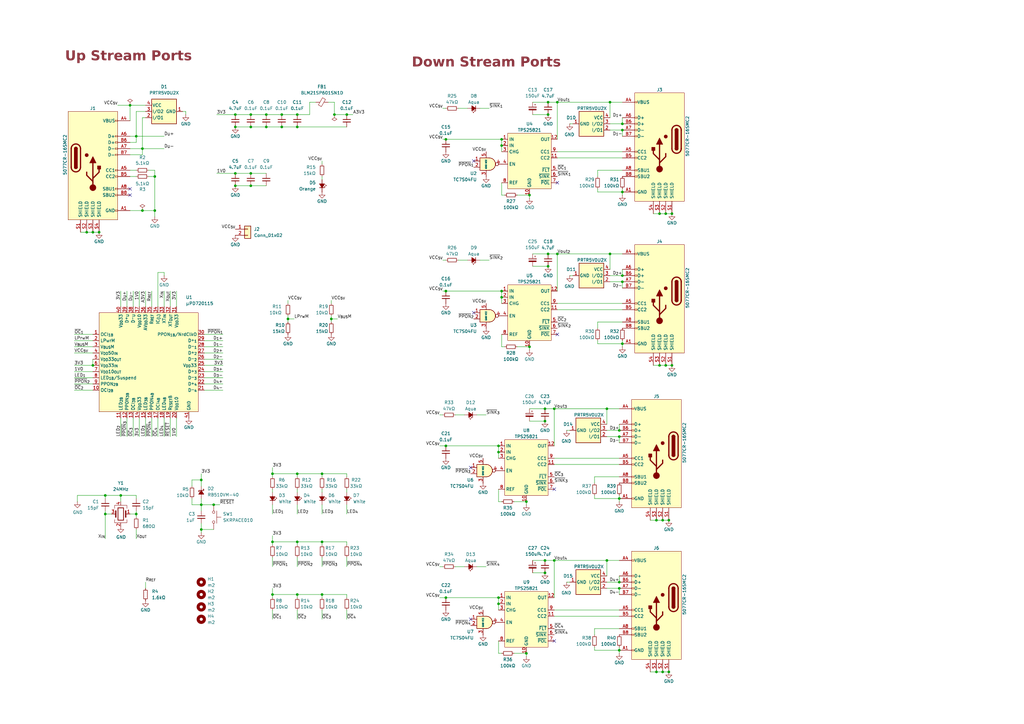
<source format=kicad_sch>
(kicad_sch (version 20250114) (generator "eeschema") (generator_version "9.0")
  (paper "A3")
  (text "Up Stream Ports" (at 26.67 26.67 0) (effects (font (size 4 4) (thickness 0.508) (bold yes)) (justify left bottom)))
  (text "Down Stream Ports" (at 168.91 29.21 0) (effects (font (size 4 4) (thickness 0.508) (bold yes)) (justify left bottom)))
  (junction (at 82.55 196.85))
  (junction (at 248.92 229.87))
  (junction (at 182.88 245.11))
  (junction (at 96.52 76.2))
  (junction (at 254 266.7))
  (junction (at 55.88 210.82))
  (junction (at 53.34 43.18))
  (junction (at 224.79 46.99))
  (junction (at 43.18 210.82))
  (junction (at 254 176.53))
  (junction (at 132.08 194.31))
  (junction (at 132.08 222.25))
  (junction (at 121.92 194.31))
  (junction (at 224.79 104.14))
  (junction (at 270.51 87.63))
  (junction (at 204.47 247.65))
  (junction (at 38.1 149.86))
  (junction (at 142.24 46.99))
  (junction (at 109.22 52.07))
  (junction (at 273.05 149.86))
  (junction (at 43.18 203.2))
  (junction (at 102.87 71.12))
  (junction (at 204.47 182.88))
  (junction (at 269.24 275.59))
  (junction (at 217.17 142.24))
  (junction (at 182.88 119.38))
  (junction (at 205.74 59.69))
  (junction (at 205.74 57.15))
  (junction (at 223.52 229.87))
  (junction (at 96.52 71.12))
  (junction (at 255.27 50.8))
  (junction (at 63.5 72.39))
  (junction (at 227.33 229.87))
  (junction (at 96.52 46.99))
  (junction (at 118.11 130.81))
  (junction (at 254 241.3))
  (junction (at 255.27 115.57))
  (junction (at 111.76 243.84))
  (junction (at 132.08 243.84))
  (junction (at 274.32 275.59))
  (junction (at 115.57 46.99))
  (junction (at 250.19 104.14))
  (junction (at 40.64 95.25))
  (junction (at 205.74 119.38))
  (junction (at 96.52 52.07))
  (junction (at 102.87 52.07))
  (junction (at 109.22 46.99))
  (junction (at 254 179.07))
  (junction (at 223.52 167.64))
  (junction (at 102.87 76.2))
  (junction (at 115.57 52.07))
  (junction (at 82.55 217.17))
  (junction (at 255.27 140.97))
  (junction (at 228.6 104.14))
  (junction (at 58.42 86.36))
  (junction (at 255.27 113.03))
  (junction (at 205.74 121.92))
  (junction (at 224.79 109.22))
  (junction (at 63.5 86.36))
  (junction (at 248.92 167.64))
  (junction (at 135.89 130.81))
  (junction (at 215.9 267.97))
  (junction (at 227.33 167.64))
  (junction (at 58.42 60.96))
  (junction (at 217.17 80.01))
  (junction (at 275.59 149.86))
  (junction (at 121.92 243.84))
  (junction (at 269.24 213.36))
  (junction (at 102.87 46.99))
  (junction (at 223.52 172.72))
  (junction (at 111.76 194.31))
  (junction (at 254 204.47))
  (junction (at 224.79 41.91))
  (junction (at 274.32 213.36))
  (junction (at 255.27 78.74))
  (junction (at 204.47 245.11))
  (junction (at 255.27 53.34))
  (junction (at 87.63 207.01))
  (junction (at 82.55 207.01))
  (junction (at 228.6 41.91))
  (junction (at 182.88 57.15))
  (junction (at 121.92 52.07))
  (junction (at 275.59 87.63))
  (junction (at 55.88 55.88))
  (junction (at 35.56 95.25))
  (junction (at 223.52 234.95))
  (junction (at 38.1 95.25))
  (junction (at 215.9 205.74))
  (junction (at 271.78 275.59))
  (junction (at 137.16 46.99))
  (junction (at 121.92 222.25))
  (junction (at 49.53 203.2))
  (junction (at 121.92 46.99))
  (junction (at 111.76 222.25))
  (junction (at 271.78 213.36))
  (junction (at 250.19 41.91))
  (junction (at 204.47 185.42))
  (junction (at 254 238.76))
  (junction (at 273.05 87.63))
  (junction (at 270.51 149.86))
  (junction (at 182.88 182.88))
  (no_connect (at 193.04 254))
  (no_connect (at 227.33 200.66))
  (no_connect (at 228.6 74.93))
  (no_connect (at 194.31 128.27))
  (no_connect (at 228.6 137.16))
  (no_connect (at 227.33 262.89))
  (no_connect (at 53.34 77.47))
  (no_connect (at 194.31 66.04))
  (no_connect (at 53.34 80.01))
  (no_connect (at 193.04 191.77))
  (wire (pts (xy 135.89 123.19) (xy 135.89 124.46)))
  (wire (pts (xy 212.09 80.01) (xy 217.17 80.01)))
  (wire (pts (xy 142.24 254) (xy 142.24 250.19)))
  (wire (pts (xy 274.32 213.36) (xy 271.78 213.36)))
  (wire (pts (xy 132.08 207.01) (xy 132.08 210.82)))
  (wire (pts (xy 255.27 132.08) (xy 245.11 132.08)))
  (wire (pts (xy 137.16 41.91) (xy 137.16 46.99)))
  (wire (pts (xy 132.08 254) (xy 132.08 250.19)))
  (wire (pts (xy 255.27 80.01) (xy 255.27 78.74)))
  (wire (pts (xy 63.5 86.36) (xy 63.5 88.9)))
  (wire (pts (xy 254 181.61) (xy 254 179.07)))
  (wire (pts (xy 228.6 41.91) (xy 250.19 41.91)))
  (wire (pts (xy 63.5 69.85) (xy 63.5 72.39)))
  (wire (pts (xy 132.08 223.52) (xy 132.08 222.25)))
  (wire (pts (xy 255.27 110.49) (xy 255.27 113.03)))
  (wire (pts (xy 227.33 250.19) (xy 254 250.19)))
  (wire (pts (xy 224.79 41.91) (xy 228.6 41.91)))
  (wire (pts (xy 30.48 142.24) (xy 38.1 142.24)))
  (wire (pts (xy 142.24 223.52) (xy 142.24 222.25)))
  (wire (pts (xy 255.27 118.11) (xy 255.27 115.57)))
  (wire (pts (xy 245.11 140.97) (xy 255.27 140.97)))
  (wire (pts (xy 83.82 152.4) (xy 91.44 152.4)))
  (wire (pts (xy 111.76 191.77) (xy 111.76 194.31)))
  (wire (pts (xy 218.44 109.22) (xy 224.79 109.22)))
  (wire (pts (xy 132.08 222.25) (xy 142.24 222.25)))
  (wire (pts (xy 228.6 41.91) (xy 228.6 57.15)))
  (wire (pts (xy 59.69 45.72) (xy 55.88 45.72)))
  (wire (pts (xy 121.92 194.31) (xy 132.08 194.31)))
  (wire (pts (xy 78.74 204.47) (xy 78.74 207.01)))
  (wire (pts (xy 254 243.84) (xy 254 241.3)))
  (wire (pts (xy 180.34 170.18) (xy 181.61 170.18)))
  (wire (pts (xy 30.48 137.16) (xy 38.1 137.16)))
  (wire (pts (xy 248.92 236.22) (xy 248.92 229.87)))
  (wire (pts (xy 199.39 232.41) (xy 195.58 232.41)))
  (wire (pts (xy 121.92 223.52) (xy 121.92 222.25)))
  (wire (pts (xy 142.24 245.11) (xy 142.24 243.84)))
  (wire (pts (xy 215.9 207.01) (xy 215.9 205.74)))
  (wire (pts (xy 118.11 123.19) (xy 118.11 124.46)))
  (wire (pts (xy 43.18 203.2) (xy 49.53 203.2)))
  (wire (pts (xy 31.75 203.2) (xy 31.75 205.74)))
  (wire (pts (xy 180.34 232.41) (xy 181.61 232.41)))
  (wire (pts (xy 204.47 205.74) (xy 205.74 205.74)))
  (wire (pts (xy 121.92 245.11) (xy 121.92 243.84)))
  (wire (pts (xy 205.74 119.38) (xy 205.74 121.92)))
  (wire (pts (xy 255.27 77.47) (xy 255.27 78.74)))
  (wire (pts (xy 248.92 238.76) (xy 254 238.76)))
  (wire (pts (xy 83.82 160.02) (xy 91.44 160.02)))
  (wire (pts (xy 30.48 149.86) (xy 38.1 149.86)))
  (wire (pts (xy 132.08 194.31) (xy 142.24 194.31)))
  (wire (pts (xy 49.53 203.2) (xy 49.53 205.74)))
  (wire (pts (xy 250.19 50.8) (xy 255.27 50.8)))
  (wire (pts (xy 60.96 72.39) (xy 63.5 72.39)))
  (wire (pts (xy 121.92 207.01) (xy 121.92 210.82)))
  (wire (pts (xy 200.66 44.45) (xy 196.85 44.45)))
  (wire (pts (xy 227.33 187.96) (xy 254 187.96)))
  (wire (pts (xy 227.33 229.87) (xy 227.33 245.11)))
  (wire (pts (xy 250.19 104.14) (xy 255.27 104.14)))
  (wire (pts (xy 232.41 176.53) (xy 233.68 176.53)))
  (wire (pts (xy 127 41.91) (xy 129.54 41.91)))
  (wire (pts (xy 53.34 43.18) (xy 53.34 49.53)))
  (wire (pts (xy 232.41 238.76) (xy 233.68 238.76)))
  (wire (pts (xy 254 236.22) (xy 254 238.76)))
  (wire (pts (xy 132.08 195.58) (xy 132.08 194.31)))
  (wire (pts (xy 111.76 243.84) (xy 121.92 243.84)))
  (wire (pts (xy 181.61 106.68) (xy 182.88 106.68)))
  (wire (pts (xy 205.74 121.92) (xy 205.74 124.46)))
  (wire (pts (xy 245.11 139.7) (xy 245.11 140.97)))
  (wire (pts (xy 59.69 119.38) (xy 59.69 125.73)))
  (wire (pts (xy 52.07 179.07) (xy 52.07 171.45)))
  (wire (pts (xy 132.08 245.11) (xy 132.08 243.84)))
  (wire (pts (xy 102.87 76.2) (xy 109.22 76.2)))
  (wire (pts (xy 255.27 55.88) (xy 255.27 53.34)))
  (wire (pts (xy 30.48 139.7) (xy 38.1 139.7)))
  (wire (pts (xy 53.34 55.88) (xy 55.88 55.88)))
  (wire (pts (xy 55.88 55.88) (xy 55.88 58.42)))
  (wire (pts (xy 59.69 238.76) (xy 59.69 241.3)))
  (wire (pts (xy 82.55 207.01) (xy 87.63 207.01)))
  (wire (pts (xy 67.31 179.07) (xy 67.31 171.45)))
  (wire (pts (xy 273.05 149.86) (xy 270.51 149.86)))
  (wire (pts (xy 102.87 71.12) (xy 109.22 71.12)))
  (wire (pts (xy 63.5 69.85) (xy 60.96 69.85)))
  (wire (pts (xy 228.6 104.14) (xy 228.6 119.38)))
  (wire (pts (xy 58.42 63.5) (xy 53.34 63.5)))
  (wire (pts (xy 137.16 41.91) (xy 134.62 41.91)))
  (wire (pts (xy 204.47 182.88) (xy 204.47 185.42)))
  (wire (pts (xy 55.88 203.2) (xy 49.53 203.2)))
  (wire (pts (xy 115.57 52.07) (xy 121.92 52.07)))
  (wire (pts (xy 54.61 179.07) (xy 54.61 171.45)))
  (wire (pts (xy 142.24 46.99) (xy 144.78 46.99)))
  (wire (pts (xy 82.55 196.85) (xy 82.55 199.39)))
  (wire (pts (xy 180.34 245.11) (xy 182.88 245.11)))
  (wire (pts (xy 69.85 179.07) (xy 69.85 171.45)))
  (wire (pts (xy 30.48 152.4) (xy 38.1 152.4)))
  (wire (pts (xy 82.55 218.44) (xy 82.55 217.17)))
  (wire (pts (xy 55.88 217.17) (xy 55.88 220.98)))
  (wire (pts (xy 55.88 45.72) (xy 55.88 55.88)))
  (wire (pts (xy 43.18 210.82) (xy 45.72 210.82)))
  (wire (pts (xy 227.33 229.87) (xy 248.92 229.87)))
  (wire (pts (xy 227.33 190.5) (xy 254 190.5)))
  (wire (pts (xy 111.76 222.25) (xy 111.76 223.52)))
  (wire (pts (xy 83.82 147.32) (xy 91.44 147.32)))
  (wire (pts (xy 121.92 46.99) (xy 127 46.99)))
  (wire (pts (xy 217.17 143.51) (xy 217.17 142.24)))
  (wire (pts (xy 88.9 46.99) (xy 96.52 46.99)))
  (wire (pts (xy 142.24 207.01) (xy 142.24 210.82)))
  (wire (pts (xy 58.42 86.36) (xy 63.5 86.36)))
  (wire (pts (xy 118.11 130.81) (xy 118.11 132.08)))
  (wire (pts (xy 54.61 119.38) (xy 54.61 125.73)))
  (wire (pts (xy 30.48 157.48) (xy 38.1 157.48)))
  (wire (pts (xy 250.19 115.57) (xy 255.27 115.57)))
  (wire (pts (xy 52.07 119.38) (xy 52.07 125.73)))
  (wire (pts (xy 72.39 119.38) (xy 72.39 125.73)))
  (wire (pts (xy 120.65 130.81) (xy 118.11 130.81)))
  (wire (pts (xy 88.9 71.12) (xy 96.52 71.12)))
  (wire (pts (xy 96.52 76.2) (xy 102.87 76.2)))
  (wire (pts (xy 245.11 132.08) (xy 245.11 134.62)))
  (wire (pts (xy 58.42 48.26) (xy 59.69 48.26)))
  (wire (pts (xy 102.87 46.99) (xy 109.22 46.99)))
  (wire (pts (xy 227.33 167.64) (xy 248.92 167.64)))
  (wire (pts (xy 200.66 106.68) (xy 196.85 106.68)))
  (wire (pts (xy 49.53 179.07) (xy 49.53 171.45)))
  (wire (pts (xy 111.76 194.31) (xy 121.92 194.31)))
  (wire (pts (xy 271.78 213.36) (xy 269.24 213.36)))
  (wire (pts (xy 38.1 95.25) (xy 40.64 95.25)))
  (wire (pts (xy 135.89 130.81) (xy 135.89 132.08)))
  (wire (pts (xy 248.92 167.64) (xy 254 167.64)))
  (wire (pts (xy 250.19 41.91) (xy 255.27 41.91)))
  (wire (pts (xy 72.39 179.07) (xy 72.39 171.45)))
  (wire (pts (xy 255.27 142.24) (xy 255.27 140.97)))
  (wire (pts (xy 273.05 87.63) (xy 270.51 87.63)))
  (wire (pts (xy 227.33 167.64) (xy 227.33 182.88)))
  (wire (pts (xy 217.17 172.72) (xy 223.52 172.72)))
  (wire (pts (xy 48.26 43.18) (xy 53.34 43.18)))
  (wire (pts (xy 59.69 43.18) (xy 53.34 43.18)))
  (wire (pts (xy 254 257.81) (xy 243.84 257.81)))
  (wire (pts (xy 204.47 200.66) (xy 204.47 205.74)))
  (wire (pts (xy 218.44 234.95) (xy 223.52 234.95)))
  (wire (pts (xy 135.89 130.81) (xy 138.43 130.81)))
  (wire (pts (xy 270.51 149.86) (xy 267.97 149.86)))
  (wire (pts (xy 228.6 104.14) (xy 250.19 104.14)))
  (wire (pts (xy 121.92 195.58) (xy 121.92 194.31)))
  (wire (pts (xy 250.19 53.34) (xy 255.27 53.34)))
  (wire (pts (xy 210.82 205.74) (xy 215.9 205.74)))
  (wire (pts (xy 109.22 52.07) (xy 115.57 52.07)))
  (wire (pts (xy 275.59 149.86) (xy 273.05 149.86)))
  (wire (pts (xy 132.08 200.66) (xy 132.08 201.93)))
  (wire (pts (xy 43.18 210.82) (xy 43.18 220.98)))
  (wire (pts (xy 228.6 62.23) (xy 255.27 62.23)))
  (wire (pts (xy 142.24 232.41) (xy 142.24 228.6)))
  (wire (pts (xy 270.51 87.63) (xy 267.97 87.63)))
  (wire (pts (xy 82.55 194.31) (xy 82.55 196.85)))
  (wire (pts (xy 64.77 179.07) (xy 64.77 171.45)))
  (wire (pts (xy 83.82 137.16) (xy 91.44 137.16)))
  (wire (pts (xy 132.08 232.41) (xy 132.08 228.6)))
  (wire (pts (xy 96.52 71.12) (xy 102.87 71.12)))
  (wire (pts (xy 49.53 119.38) (xy 49.53 125.73)))
  (wire (pts (xy 58.42 60.96) (xy 67.31 60.96)))
  (wire (pts (xy 254 267.97) (xy 254 266.7)))
  (wire (pts (xy 83.82 157.48) (xy 91.44 157.48)))
  (wire (pts (xy 82.55 214.63) (xy 82.55 217.17)))
  (wire (pts (xy 83.82 154.94) (xy 91.44 154.94)))
  (wire (pts (xy 62.23 179.07) (xy 62.23 171.45)))
  (wire (pts (xy 67.31 125.73) (xy 67.31 119.38)))
  (wire (pts (xy 96.52 46.99) (xy 102.87 46.99)))
  (wire (pts (xy 228.6 64.77) (xy 255.27 64.77)))
  (wire (pts (xy 224.79 104.14) (xy 228.6 104.14)))
  (wire (pts (xy 53.34 86.36) (xy 58.42 86.36)))
  (wire (pts (xy 248.92 179.07) (xy 254 179.07)))
  (wire (pts (xy 132.08 73.66) (xy 132.08 72.39)))
  (wire (pts (xy 109.22 46.99) (xy 115.57 46.99)))
  (wire (pts (xy 35.56 95.25) (xy 38.1 95.25)))
  (wire (pts (xy 132.08 67.31) (xy 132.08 66.04)))
  (wire (pts (xy 269.24 213.36) (xy 266.7 213.36)))
  (wire (pts (xy 33.02 95.25) (xy 35.56 95.25)))
  (wire (pts (xy 90.17 207.01) (xy 87.63 207.01)))
  (wire (pts (xy 58.42 48.26) (xy 58.42 60.96)))
  (wire (pts (xy 204.47 245.11) (xy 204.47 247.65)))
  (wire (pts (xy 53.34 60.96) (xy 58.42 60.96)))
  (wire (pts (xy 271.78 275.59) (xy 269.24 275.59)))
  (wire (pts (xy 255.27 69.85) (xy 245.11 69.85)))
  (wire (pts (xy 255.27 139.7) (xy 255.27 140.97)))
  (wire (pts (xy 83.82 139.7) (xy 91.44 139.7)))
  (wire (pts (xy 83.82 149.86) (xy 91.44 149.86)))
  (wire (pts (xy 82.55 207.01) (xy 78.74 207.01)))
  (wire (pts (xy 215.9 269.24) (xy 215.9 267.97)))
  (wire (pts (xy 57.15 119.38) (xy 57.15 125.73)))
  (wire (pts (xy 58.42 60.96) (xy 58.42 63.5)))
  (wire (pts (xy 142.24 195.58) (xy 142.24 194.31)))
  (wire (pts (xy 82.55 204.47) (xy 82.55 207.01)))
  (wire (pts (xy 254 266.7) (xy 243.84 266.7)))
  (wire (pts (xy 43.18 204.47) (xy 43.18 203.2)))
  (wire (pts (xy 218.44 41.91) (xy 224.79 41.91)))
  (wire (pts (xy 64.77 111.76) (xy 64.77 125.73)))
  (wire (pts (xy 67.31 111.76) (xy 67.31 113.03)))
  (wire (pts (xy 204.47 267.97) (xy 205.74 267.97)))
  (wire (pts (xy 248.92 241.3) (xy 254 241.3)))
  (wire (pts (xy 223.52 167.64) (xy 227.33 167.64)))
  (wire (pts (xy 111.76 207.01) (xy 111.76 210.82)))
  (wire (pts (xy 111.76 241.3) (xy 111.76 243.84)))
  (wire (pts (xy 254 173.99) (xy 254 176.53)))
  (wire (pts (xy 111.76 254) (xy 111.76 250.19)))
  (wire (pts (xy 182.88 119.38) (xy 205.74 119.38)))
  (wire (pts (xy 82.55 196.85) (xy 78.74 196.85)))
  (wire (pts (xy 30.48 154.94) (xy 38.1 154.94)))
  (wire (pts (xy 223.52 229.87) (xy 227.33 229.87)))
  (wire (pts (xy 187.96 44.45) (xy 191.77 44.45)))
  (wire (pts (xy 111.76 219.71) (xy 111.76 222.25)))
  (wire (pts (xy 245.11 69.85) (xy 245.11 72.39)))
  (wire (pts (xy 76.2 45.72) (xy 74.93 45.72)))
  (wire (pts (xy 217.17 81.28) (xy 217.17 80.01)))
  (wire (pts (xy 205.74 57.15) (xy 205.74 59.69)))
  (wire (pts (xy 30.48 144.78) (xy 38.1 144.78)))
  (wire (pts (xy 254 205.74) (xy 254 204.47)))
  (wire (pts (xy 204.47 185.42) (xy 204.47 187.96)))
  (wire (pts (xy 76.2 46.99) (xy 76.2 45.72)))
  (wire (pts (xy 111.76 222.25) (xy 121.92 222.25)))
  (wire (pts (xy 218.44 46.99) (xy 224.79 46.99)))
  (wire (pts (xy 248.92 229.87) (xy 254 229.87)))
  (wire (pts (xy 121.92 243.84) (xy 132.08 243.84)))
  (wire (pts (xy 204.47 262.89) (xy 204.47 267.97)))
  (wire (pts (xy 87.63 217.17) (xy 82.55 217.17)))
  (wire (pts (xy 233.68 113.03) (xy 234.95 113.03)))
  (wire (pts (xy 121.92 232.41) (xy 121.92 228.6)))
  (wire (pts (xy 78.74 199.39) (xy 78.74 196.85)))
  (wire (pts (xy 217.17 167.64) (xy 223.52 167.64)))
  (wire (pts (xy 137.16 46.99) (xy 142.24 46.99)))
  (wire (pts (xy 182.88 245.11) (xy 204.47 245.11)))
  (wire (pts (xy 57.15 179.07) (xy 57.15 171.45)))
  (wire (pts (xy 43.18 209.55) (xy 43.18 210.82)))
  (wire (pts (xy 228.6 127) (xy 255.27 127)))
  (wire (pts (xy 181.61 57.15) (xy 182.88 57.15)))
  (wire (pts (xy 111.76 232.41) (xy 111.76 228.6)))
  (wire (pts (xy 62.23 119.38) (xy 62.23 125.73)))
  (wire (pts (xy 191.77 106.68) (xy 187.96 106.68)))
  (wire (pts (xy 254 204.47) (xy 243.84 204.47)))
  (wire (pts (xy 96.52 52.07) (xy 102.87 52.07)))
  (wire (pts (xy 111.76 243.84) (xy 111.76 245.11)))
  (wire (pts (xy 227.33 252.73) (xy 254 252.73)))
  (wire (pts (xy 218.44 104.14) (xy 224.79 104.14)))
  (wire (pts (xy 275.59 87.63) (xy 273.05 87.63)))
  (wire (pts (xy 204.47 247.65) (xy 204.47 250.19)))
  (wire (pts (xy 182.88 57.15) (xy 205.74 57.15)))
  (wire (pts (xy 180.34 182.88) (xy 182.88 182.88)))
  (wire (pts (xy 254 203.2) (xy 254 204.47)))
  (wire (pts (xy 121.92 200.66) (xy 121.92 201.93)))
  (wire (pts (xy 102.87 52.07) (xy 109.22 52.07)))
  (wire (pts (xy 69.85 125.73) (xy 69.85 119.38)))
  (wire (pts (xy 121.92 222.25) (xy 132.08 222.25)))
  (wire (pts (xy 55.88 55.88) (xy 67.31 55.88)))
  (wire (pts (xy 53.34 210.82) (xy 55.88 210.82)))
  (wire (pts (xy 190.5 232.41) (xy 186.69 232.41)))
  (wire (pts (xy 245.11 78.74) (xy 255.27 78.74)))
  (wire (pts (xy 243.84 203.2) (xy 243.84 204.47)))
  (wire (pts (xy 269.24 275.59) (xy 266.7 275.59)))
  (wire (pts (xy 82.55 209.55) (xy 82.55 207.01)))
  (wire (pts (xy 30.48 160.02) (xy 38.1 160.02)))
  (wire (pts (xy 121.92 52.07) (xy 142.24 52.07)))
  (wire (pts (xy 38.1 147.32) (xy 38.1 149.86)))
  (wire (pts (xy 142.24 200.66) (xy 142.24 201.93)))
  (wire (pts (xy 254 265.43) (xy 254 266.7)))
  (wire (pts (xy 250.19 113.03) (xy 255.27 113.03)))
  (wire (pts (xy 132.08 243.84) (xy 142.24 243.84)))
  (wire (pts (xy 181.61 44.45) (xy 182.88 44.45)))
  (wire (pts (xy 228.6 124.46) (xy 255.27 124.46)))
  (wire (pts (xy 210.82 267.97) (xy 215.9 267.97)))
  (wire (pts (xy 115.57 46.99) (xy 121.92 46.99)))
  (wire (pts (xy 83.82 144.78) (xy 91.44 144.78)))
  (wire (pts (xy 250.19 104.14) (xy 250.19 110.49)))
  (wire (pts (xy 55.88 210.82) (xy 55.88 212.09)))
  (wire (pts (xy 243.84 257.81) (xy 243.84 260.35)))
  (wire (pts (xy 243.84 265.43) (xy 243.84 266.7)))
  (wire (pts (xy 205.74 59.69) (xy 205.74 62.23)))
  (wire (pts (xy 53.34 69.85) (xy 55.88 69.85)))
  (wire (pts (xy 63.5 72.39) (xy 63.5 86.36)))
  (wire (pts (xy 255.27 48.26) (xy 255.27 50.8)))
  (wire (pts (xy 182.88 182.88) (xy 204.47 182.88)))
  (wire (pts (xy 245.11 77.47) (xy 245.11 78.74)))
  (wire (pts (xy 83.82 142.24) (xy 91.44 142.24)))
  (wire (pts (xy 111.76 200.66) (xy 111.76 201.93)))
  (wire (pts (xy 67.31 111.76) (xy 64.77 111.76)))
  (wire (pts (xy 205.74 142.24) (xy 207.01 142.24)))
  (wire (pts (xy 250.19 41.91) (xy 250.19 48.26)))
  (wire (pts (xy 135.89 129.54) (xy 135.89 130.81)))
  (wire (pts (xy 205.74 74.93) (xy 205.74 80.01)))
  (wire (pts (xy 181.61 119.38) (xy 182.88 119.38)))
  (wire (pts (xy 43.18 203.2) (xy 31.75 203.2)))
  (wire (pts (xy 205.74 80.01) (xy 207.01 80.01)))
  (wire (pts (xy 212.09 142.24) (xy 217.17 142.24)))
  (wire (pts (xy 55.88 58.42) (xy 53.34 58.42)))
  (wire (pts (xy 274.32 275.59) (xy 271.78 275.59)))
  (wire (pts (xy 111.76 194.31) (xy 111.76 195.58)))
  (wire (pts (xy 248.92 173.99) (xy 248.92 167.64)))
  (wire (pts (xy 205.74 137.16) (xy 205.74 142.24)))
  (wire (pts (xy 254 195.58) (xy 243.84 195.58)))
  (wire (pts (xy 233.68 50.8) (xy 234.95 50.8)))
  (wire (pts (xy 199.39 170.18) (xy 195.58 170.18)))
  (wire (pts (xy 127 41.91) (xy 127 46.99)))
  (wire (pts (xy 55.88 209.55) (xy 55.88 210.82)))
  (wire (pts (xy 53.34 72.39) (xy 55.88 72.39)))
  (wire (pts (xy 118.11 129.54) (xy 118.11 130.81)))
  (wire (pts (xy 121.92 254) (xy 121.92 250.19)))
  (wire (pts (xy 218.44 229.87) (xy 223.52 229.87)))
  (wire (pts (xy 59.69 179.07) (xy 59.69 171.45)))
  (wire (pts (xy 243.84 195.58) (xy 243.84 198.12)))
  (wire (pts (xy 55.88 203.2) (xy 55.88 204.47)))
  (wire (pts (xy 248.92 176.53) (xy 254 176.53)))
  (wire (pts (xy 186.69 170.18) (xy 190.5 170.18)))
  (label "VCC_{5V}" (at 199.39 124.46 180))
  (label "1V0" (at 30.48 152.4 0))
  (label "~{OC}_{3}" (at 227.33 195.58 0))
  (label "A3V3" (at 59.69 119.38 270))
  (label "~{OC}_{4}" (at 64.77 179.07 90))
  (label "~{PPON}_{3}" (at 132.08 232.41 0))
  (label "~{PPON}_{4}" (at 142.24 232.41 0))
  (label "V_{BUS}M" (at 30.48 142.24 0))
  (label "VCC_{5V}" (at 48.26 43.18 180))
  (label "V_{BUS}M" (at 138.43 130.81 0))
  (label "~{PPON}_{3}" (at 52.07 179.07 90))
  (label "3V3" (at 91.44 149.86 180))
  (label "~{SINK}_{3}" (at 199.39 170.18 0))
  (label "~{SINK}_{1}" (at 228.6 72.39 0))
  (label "~{OC}_{1}" (at 228.6 69.85 0))
  (label "~{SINK}_{1}" (at 200.66 44.45 0))
  (label "3V3" (at 111.76 241.3 0))
  (label "~{PPON}_{2}" (at 194.31 130.81 180))
  (label "D_{3}-" (at 254 181.61 180))
  (label "3V3" (at 111.76 219.71 0))
  (label "LED_{4}" (at 67.31 179.07 90))
  (label "~{SINK}_{2}" (at 200.66 106.68 0))
  (label "LED_{2}" (at 121.92 210.82 0))
  (label "3V3" (at 111.76 191.77 0))
  (label "VCC_{5V}" (at 199.39 62.23 180))
  (label "LED_{1}" (at 111.76 210.82 0))
  (label "1V0" (at 57.15 119.38 270))
  (label "D_{2}-" (at 255.27 118.11 180))
  (label "LPrwM" (at 30.48 139.7 0))
  (label "~{PPON}_{4}" (at 193.04 256.54 180))
  (label "~{PPON}_{1}" (at 91.44 137.16 180))
  (label "R_{REF}" (at 59.69 238.76 0))
  (label "LED_{3}" (at 132.08 210.82 0))
  (label "Vout_{1}" (at 228.6 41.91 0))
  (label "VCC_{5V}" (at 198.12 187.96 180))
  (label "~{PPON}_{2}" (at 121.92 232.41 0))
  (label "~{PPON}_{2}" (at 30.48 157.48 0))
  (label "VCC_{5V}" (at 118.11 123.19 0))
  (label "~{PPON}_{3}" (at 193.04 194.31 180))
  (label "D_{4}+" (at 254 238.76 180))
  (label "VCC_{5V}" (at 180.34 245.11 180))
  (label "D_{2}+" (at 255.27 113.03 180))
  (label "VCC_{5V}" (at 180.34 170.18 180))
  (label "D_{U}-" (at 54.61 119.38 270))
  (label "~{PPON}_{1}" (at 194.31 68.58 180))
  (label "VCC_{5V}" (at 181.61 119.38 180))
  (label "VCC_{5V}" (at 180.34 232.41 180))
  (label "~{OC}_{4}" (at 142.24 254 0))
  (label "~{RESET}" (at 90.17 207.01 0))
  (label "LED_{2}" (at 49.53 179.07 90))
  (label "3V3" (at 57.15 179.07 90))
  (label "D_{1}-" (at 91.44 142.24 180))
  (label "LED_{4}" (at 142.24 210.82 0))
  (label "X_{IN}" (at 67.31 119.38 270))
  (label "X_{OUT}" (at 69.85 119.38 270))
  (label "~{OC}_{3}" (at 54.61 179.07 90))
  (label "~{OC}_{2}" (at 121.92 254 0))
  (label "D_{4}-" (at 91.44 160.02 180))
  (label "~{OC}_{2}" (at 30.48 160.02 0))
  (label "~{SINK}_{4}" (at 227.33 260.35 0))
  (label "D_{4}-" (at 254 243.84 180))
  (label "D_{1}+" (at 91.44 139.7 180))
  (label "D_{4}+" (at 91.44 157.48 180))
  (label "D_{3}+" (at 254 176.53 180))
  (label "~{SINK}_{3}" (at 227.33 198.12 0))
  (label "LPrwM" (at 120.65 130.81 0))
  (label "D_{2}+" (at 91.44 144.78 180))
  (label "Vout_{4}" (at 227.33 229.87 0))
  (label "~{OC}_{3}" (at 132.08 254 0))
  (label "VCC_{5V}" (at 132.08 66.04 180))
  (label "1V0" (at 88.9 71.12 0))
  (label "VCC_{5V}" (at 181.61 106.68 180))
  (label "Vout_{2}" (at 228.6 104.14 0))
  (label "~{RESET}" (at 69.85 179.07 90))
  (label "~{OC}_{4}" (at 227.33 257.81 0))
  (label "3V3" (at 88.9 46.99 0))
  (label "Vout_{3}" (at 227.33 167.64 0))
  (label "~{SINK}_{2}" (at 228.6 134.62 0))
  (label "~{OC}_{2}" (at 228.6 132.08 0))
  (label "~{PPON}_{1}" (at 111.76 232.41 0))
  (label "~{PPON}_{4}" (at 62.23 179.07 90))
  (label "X_{IN}" (at 43.18 220.98 180))
  (label "~{SINK}_{4}" (at 199.39 232.41 0))
  (label "VCC_{5V}" (at 198.12 250.19 180))
  (label "VCC_{5V}" (at 181.61 57.15 180))
  (label "~{OC}_{1}" (at 30.48 137.16 0))
  (label "D_{2}-" (at 91.44 147.32 180))
  (label "VCC_{5V}" (at 181.61 44.45 180))
  (label "D_{U}-" (at 67.31 60.96 0))
  (label "D_{U}+" (at 52.07 119.38 270))
  (label "R_{REF}" (at 62.23 119.38 270))
  (label "VCC_{5V}" (at 135.89 123.19 0))
  (label "A3V3" (at 144.78 46.99 0))
  (label "VCC_{5V}" (at 180.34 182.88 180))
  (label "LED_{1}" (at 30.48 154.94 0))
  (label "3V3" (at 82.55 194.31 0))
  (label "VCC_{5V}" (at 30.48 144.78 0))
  (label "3V3" (at 49.53 119.38 270))
  (label "X_{OUT}" (at 55.88 220.98 0))
  (label "VCC_{5V}" (at 96.52 93.98 180))
  (label "3V3" (at 30.48 149.86 0))
  (label "~{OC}_{1}" (at 111.76 254 0))
  (label "LED_{3}" (at 59.69 179.07 90))
  (label "D_{3}-" (at 91.44 154.94 180))
  (label "D_{3}+" (at 91.44 152.4 180))
  (label "3V3" (at 72.39 119.38 270))
  (label "D_{1}-" (at 255.27 55.88 180))
  (label "D_{1}+" (at 255.27 48.26 180))
  (label "D_{U}+" (at 67.31 55.88 0))
  (label "1V0" (at 72.39 179.07 90))
  (symbol (lib_id "_platinumegg:PRTR5V0U2X") (at 241.3 176.53 0) (mirror x) (unit 1)
    (property "Reference" "D14" (at 234.95 173.99 0) (effects (justify right)))
    (property "Value" "PRTR5V0U2X" (at 247.65 170.18 0) (effects (justify right)))
    (property "Footprint" "Package_TO_SOT_SMD:SOT-143" (effects (hide yes)))
    (property "Datasheet" "https://www.chip1stop.com/view/dispDetail/DispDetail?partId=NXP1-0037210" (effects (hide yes)))
    (property "Description" "Ultra low capacitance double rail-to-rail ESD protection diode, SOT-143" (effects (hide yes)))
  )
  (symbol (lib_id "Device:C_Small") (at 96.52 73.66 0) (unit 1)
    (property "Reference" "C5" (at 96.52 66.04 0))
    (property "Value" "4.7uF" (at 96.52 68.58 0))
    (property "Footprint" "Capacitor_SMD:C_1206_3216Metric" (effects (hide yes)))
    (property "Datasheet" "https://akizukidenshi.com/catalog/g/g115634/" (effects (hide yes)))
  )
  (symbol (lib_id "power:GND") (at 217.17 143.51 0) (unit 1)
    (property "Reference" "#PWR021" (effects (hide yes)))
    (property "Value" "GND" (at 217.17 147.32 0))
    (property "Description" "Power symbol creates a global label with name \"GND\" , ground" (effects (hide yes)))
  )
  (symbol (lib_id "Device:R_Small") (at 254 262.89 0) (mirror y) (unit 1)
    (property "Reference" "R40" (at 252.73 261.62 0) (effects (justify left)))
    (property "Value" "100kΩ" (at 252.73 264.16 0) (effects (justify left)))
    (property "Footprint" "Resistor_SMD:R_0603_1608Metric" (effects (hide yes)))
    (property "Description" "Resistor, small symbol" (effects (hide yes)))
  )
  (symbol (lib_id "_platinumegg:USB_C_Receptacle_5077CR-16SMC2") (at 270.51 59.69 0) (mirror y) (unit 1)
    (property "Reference" "J3" (at 270.51 36.83 0))
    (property "Value" "5077CR-16SMC2" (at 281.94 55.88 90))
    (property "Footprint" "_platinumegg:USB_C_Receptacle_5077CR-16SMC2" (effects (hide yes)))
    (property "Datasheet" "https://akizukidenshi.com/catalog/g/g114356/" (effects (hide yes)))
    (property "Description" "USB Full-Featured Type-C Receptacle connector" (effects (hide yes)))
  )
  (symbol (lib_id "Device:R_Small") (at 208.28 267.97 90) (mirror x) (unit 1)
    (property "Reference" "R36" (at 208.28 270.51 90))
    (property "Value" "100kΩ" (at 208.28 273.05 90))
    (property "Footprint" "Resistor_SMD:R_0603_1608Metric" (effects (hide yes)))
    (property "Description" "Resistor, small symbol" (effects (hide yes)))
  )
  (symbol (lib_id "Device:R_Small") (at 121.92 247.65 0) (unit 1)
    (property "Reference" "R14" (at 123.19 246.38 0) (effects (justify left)))
    (property "Value" "10kΩ" (at 123.19 248.92 0) (effects (justify left)))
    (property "Footprint" "Resistor_SMD:R_0402_1005Metric" (effects (hide yes)))
    (property "Description" "Resistor, small symbol" (effects (hide yes)))
  )
  (symbol (lib_id "Device:R_Small") (at 255.27 137.16 0) (mirror y) (unit 1)
    (property "Reference" "R32" (at 254 135.89 0) (effects (justify left)))
    (property "Value" "100kΩ" (at 254 138.43 0) (effects (justify left)))
    (property "Footprint" "Resistor_SMD:R_0603_1608Metric" (effects (hide yes)))
    (property "Description" "Resistor, small symbol" (effects (hide yes)))
  )
  (symbol (lib_id "Device:C_Polarized_Small") (at 218.44 106.68 0) (mirror y) (unit 1)
    (property "Reference" "C25" (at 218.44 99.06 0))
    (property "Value" "150uF" (at 218.44 101.5111 0))
    (property "Footprint" "Capacitor_THT:CP_Radial_D6.3mm_P2.50mm" (effects (hide yes)))
    (property "Datasheet" "https://www.chip1stop.com/view/dispDetail/DispDetail?partId=CHEM-0046071" (effects (hide yes)))
  )
  (symbol (lib_id "power:GND") (at 40.64 95.25 0) (unit 1)
    (property "Reference" "#PWR02" (effects (hide yes)))
    (property "Value" "GND" (at 40.64 99.06 0))
    (property "Description" "Power symbol creates a global label with name \"GND\" , ground" (effects (hide yes)))
  )
  (symbol (lib_id "power:GND") (at 63.5 88.9 0) (unit 1)
    (property "Reference" "#PWR05" (effects (hide yes)))
    (property "Value" "GND" (at 63.5 92.71 0))
    (property "Description" "Power symbol creates a global label with name \"GND\" , ground" (effects (hide yes)))
  )
  (symbol (lib_id "_platinumegg:TC7SH00FU") (at 198.12 193.04 0) (unit 1)
    (property "Reference" "U6" (at 194.31 196.85 0) (effects (justify right)))
    (property "Value" "TC7S04FU" (at 194.31 199.39 0) (effects (justify right)))
    (property "Footprint" "Package_TO_SOT_SMD:SOT-353_SC-70-5" (effects (hide yes)))
    (property "Datasheet" "https://toshiba.semicon-storage.com/info/TC7S04FU_datasheet_ja_20140301.pdf?did=20187&prodName=TC7S04FU" (effects (hide yes)))
  )
  (symbol (lib_id "Device:C_Small") (at 102.87 49.53 0) (unit 1)
    (property "Reference" "C6" (at 102.87 41.91 0))
    (property "Value" "0.1uF" (at 102.87 44.45 0))
    (property "Footprint" "Capacitor_SMD:C_0402_1005Metric" (effects (hide yes)))
    (property "Datasheet" "https://www.chip1stop.com/products/Murata-Manufacturing/GRM155R71H104KE14D/MURA*0105112" (effects (hide yes)))
  )
  (symbol (lib_id "Device:R_Small") (at 245.11 137.16 0) (mirror y) (unit 1)
    (property "Reference" "R30" (at 243.84 135.89 0) (effects (justify left)))
    (property "Value" "100kΩ" (at 243.84 138.43 0) (effects (justify left)))
    (property "Footprint" "Resistor_SMD:R_0603_1608Metric" (effects (hide yes)))
    (property "Description" "Resistor, small symbol" (effects (hide yes)))
  )
  (symbol (lib_id "Mechanical:MountingHole") (at 82.55 238.76 0) (unit 1) (exclude_from_sim yes) (in_bom no)
    (property "Reference" "H1" (at 85.09 237.4899 0) (effects (justify left)))
    (property "Value" "m2" (at 85.09 240.0299 0) (effects (justify left)))
    (property "Footprint" "_platinumegg:MountingHole_2.2mm" (effects (hide yes)))
    (property "Description" "Mounting Hole without connection" (effects (hide yes)))
  )
  (symbol (lib_id "Mechanical:MountingHole") (at 82.55 243.84 0) (unit 1) (exclude_from_sim yes) (in_bom no)
    (property "Reference" "H2" (at 85.09 242.5699 0) (effects (justify left)))
    (property "Value" "m2" (at 85.09 245.1099 0) (effects (justify left)))
    (property "Footprint" "_platinumegg:MountingHole_2.2mm" (effects (hide yes)))
    (property "Description" "Mounting Hole without connection" (effects (hide yes)))
  )
  (symbol (lib_id "power:GND") (at 135.89 137.16 0) (mirror y) (unit 1)
    (property "Reference" "#PWR015" (effects (hide yes)))
    (property "Value" "GND" (at 135.89 140.97 0))
    (property "Description" "Power symbol creates a global label with name \"GND\" , ground" (effects (hide yes)))
  )
  (symbol (lib_id "_platinumegg:TPS25820") (at 215.9 254 0) (unit 1)
    (property "Reference" "U9" (at 215.9 238.76 0))
    (property "Value" "TPS25821" (at 215.9 241.3 0))
    (property "Footprint" "_platinumegg:WSON-12-1EP_3x2mm_P0.5mm_EP1x2.65_ThermalVias" (effects (hide yes)))
    (property "Datasheet" "https://www.ti.com/product/ja-jp/TPS25821/part-details/TPS25821DSSR" (effects (hide yes)))
  )
  (symbol (lib_id "Device:C_Small") (at 223.52 170.18 0) (unit 1)
    (property "Reference" "C23" (at 223.52 162.56 0))
    (property "Value" "4.7uF" (at 223.52 165.1 0))
    (property "Footprint" "Capacitor_SMD:C_1206_3216Metric" (effects (hide yes)))
    (property "Datasheet" "https://akizukidenshi.com/catalog/g/g115634/" (effects (hide yes)))
  )
  (symbol (lib_id "Device:LED_Small_Filled") (at 194.31 44.45 180) (unit 1)
    (property "Reference" "D8" (at 194.31 39.37 0))
    (property "Value" "Aqua" (at 194.31 41.91 0))
    (property "Footprint" "LED_SMD:LED_0603_1608Metric" (effects (hide yes)))
    (property "Description" "OSMW1608C1A" (effects (hide yes)))
    (property "Sim.Pins" "1=K 2=A" (effects (hide yes)))
  )
  (symbol (lib_id "Device:C_Small") (at 115.57 49.53 0) (unit 1)
    (property "Reference" "C10" (at 115.57 41.91 0))
    (property "Value" "0.1uF" (at 115.57 44.45 0))
    (property "Footprint" "Capacitor_SMD:C_0402_1005Metric" (effects (hide yes)))
    (property "Datasheet" "https://www.chip1stop.com/products/Murata-Manufacturing/GRM155R71H104KE14D/MURA*0105112" (effects (hide yes)))
  )
  (symbol (lib_id "Device:R_Small") (at 135.89 134.62 0) (mirror y) (unit 1)
    (property "Reference" "R20" (at 134.62 133.35 0) (effects (justify left)))
    (property "Value" "15kΩ" (at 134.62 135.89 0) (effects (justify left)))
    (property "Footprint" "Resistor_SMD:R_0603_1608Metric" (effects (hide yes)))
  )
  (symbol (lib_id "power:GND") (at 77.47 171.45 0) (unit 1)
    (property "Reference" "#PWR08" (effects (hide yes)))
    (property "Value" "GND" (at 77.47 175.26 0))
    (property "Description" "Power symbol creates a global label with name \"GND\" , ground" (effects (hide yes)))
  )
  (symbol (lib_id "Device:R_Small") (at 58.42 72.39 270) (unit 1)
    (property "Reference" "R3" (at 58.42 77.6478 90))
    (property "Value" "5.1kΩ" (at 58.42 75.3364 90))
    (property "Footprint" "Resistor_SMD:R_0603_1608Metric" (effects (hide yes)))
    (property "Description" "Resistor, small symbol" (effects (hide yes)))
  )
  (symbol (lib_id "Device:LED_Small_Filled") (at 132.08 76.2 270) (mirror x) (unit 1)
    (property "Reference" "D5" (at 129.54 74.93 90) (effects (justify right)))
    (property "Value" "Orange" (at 129.54 77.47 90) (effects (justify right)))
    (property "Footprint" "LED_SMD:LED_0603_1608Metric" (effects (hide yes)))
    (property "Datasheet" "https://akizukidenshi.com/catalog/g/g130072/" (effects (hide yes)))
    (property "Description" "CSL1901DW" (effects (hide yes)))
    (property "Sim.Pins" "1=K 2=A" (effects (hide yes)))
  )
  (symbol (lib_id "_platinumegg:TC7SH00FU") (at 198.12 255.27 0) (unit 1)
    (property "Reference" "U7" (at 194.31 259.08 0) (effects (justify right)))
    (property "Value" "TC7S04FU" (at 194.31 261.62 0) (effects (justify right)))
    (property "Footprint" "Package_TO_SOT_SMD:SOT-353_SC-70-5" (effects (hide yes)))
    (property "Datasheet" "https://toshiba.semicon-storage.com/info/TC7S04FU_datasheet_ja_20140301.pdf?did=20187&prodName=TC7S04FU" (effects (hide yes)))
  )
  (symbol (lib_id "power:GND") (at 223.52 234.95 0) (unit 1)
    (property "Reference" "#PWR037" (effects (hide yes)))
    (property "Value" "GND" (at 223.52 238.76 0))
    (property "Description" "Power symbol creates a global label with name \"GND\" , ground" (effects (hide yes)))
  )
  (symbol (lib_id "_platinumegg:PRTR5V0U2X") (at 67.31 45.72 180) (unit 1)
    (property "Reference" "D1" (at 67.31 35.56 0))
    (property "Value" "PRTR5V0U2X" (at 67.31 38.1 0))
    (property "Footprint" "Package_TO_SOT_SMD:SOT-143" (effects (hide yes)))
    (property "Datasheet" "https://www.chip1stop.com/view/dispDetail/DispDetail?partId=NXP1-0037210" (effects (hide yes)))
    (property "Description" "Ultra low capacitance double rail-to-rail ESD protection diode, SOT-143" (effects (hide yes)))
  )
  (symbol (lib_id "power:GND") (at 255.27 142.24 0) (unit 1)
    (property "Reference" "#PWR027" (effects (hide yes)))
    (property "Value" "GND" (at 255.27 146.05 0))
    (property "Description" "Power symbol creates a global label with name \"GND\" , ground" (effects (hide yes)))
  )
  (symbol (lib_id "Device:C_Polarized_Small") (at 218.44 44.45 0) (mirror y) (unit 1)
    (property "Reference" "C13" (at 218.44 36.83 0))
    (property "Value" "150uF" (at 218.44 39.2811 0))
    (property "Footprint" "Capacitor_THT:CP_Radial_D6.3mm_P2.50mm" (effects (hide yes)))
    (property "Datasheet" "https://www.chip1stop.com/view/dispDetail/DispDetail?partId=CHEM-0046071" (effects (hide yes)))
  )
  (symbol (lib_id "_platinumegg:TPS25820") (at 217.17 66.04 0) (unit 1)
    (property "Reference" "U4" (at 217.17 50.8 0))
    (property "Value" "TPS25821" (at 217.17 53.34 0))
    (property "Footprint" "_platinumegg:WSON-12-1EP_3x2mm_P0.5mm_EP1x2.65_ThermalVias" (effects (hide yes)))
    (property "Datasheet" "https://www.ti.com/product/ja-jp/TPS25821/part-details/TPS25821DSSR" (effects (hide yes)))
  )
  (symbol (lib_id "power:GND") (at 182.88 187.96 0) (unit 1)
    (property "Reference" "#PWR030" (effects (hide yes)))
    (property "Value" "GND" (at 182.88 191.77 0))
    (property "Description" "Power symbol creates a global label with name \"GND\" , ground" (effects (hide yes)))
  )
  (symbol (lib_id "Device:R_Small") (at 208.28 205.74 90) (mirror x) (unit 1)
    (property "Reference" "R35" (at 208.28 208.28 90))
    (property "Value" "100kΩ" (at 208.28 210.82 90))
    (property "Footprint" "Resistor_SMD:R_0603_1608Metric" (effects (hide yes)))
    (property "Description" "Resistor, small symbol" (effects (hide yes)))
  )
  (symbol (lib_id "power:GND") (at 96.52 52.07 0) (unit 1)
    (property "Reference" "#PWR010" (effects (hide yes)))
    (property "Value" "GND" (at 96.52 55.88 0))
    (property "Description" "Power symbol creates a global label with name \"GND\" , ground" (effects (hide yes)))
  )
  (symbol (lib_id "Device:R_Small") (at 132.08 247.65 0) (unit 1)
    (property "Reference" "R18" (at 133.35 246.38 0) (effects (justify left)))
    (property "Value" "10kΩ" (at 133.35 248.92 0) (effects (justify left)))
    (property "Footprint" "Resistor_SMD:R_0402_1005Metric" (effects (hide yes)))
    (property "Description" "Resistor, small symbol" (effects (hide yes)))
  )
  (symbol (lib_id "Device:C_Small") (at 223.52 232.41 0) (unit 1)
    (property "Reference" "C24" (at 223.52 224.79 0))
    (property "Value" "4.7uF" (at 223.52 227.33 0))
    (property "Footprint" "Capacitor_SMD:C_1206_3216Metric" (effects (hide yes)))
    (property "Datasheet" "https://akizukidenshi.com/catalog/g/g115634/" (effects (hide yes)))
  )
  (symbol (lib_id "Device:R_Small") (at 245.11 74.93 0) (mirror y) (unit 1)
    (property "Reference" "R29" (at 243.84 73.66 0) (effects (justify left)))
    (property "Value" "100kΩ" (at 243.84 76.2 0) (effects (justify left)))
    (property "Footprint" "Resistor_SMD:R_0603_1608Metric" (effects (hide yes)))
    (property "Description" "Resistor, small symbol" (effects (hide yes)))
  )
  (symbol (lib_id "Device:C_Small") (at 182.88 185.42 0) (mirror y) (unit 1)
    (property "Reference" "C21" (at 182.88 177.8 0))
    (property "Value" "0.1uF" (at 182.88 180.34 0))
    (property "Footprint" "Capacitor_SMD:C_0603_1608Metric" (effects (hide yes)))
    (property "Datasheet" "https://www.chip1stop.com/products/Murata-Manufacturing/GRM188R72A104MA35D/MURA*0127806" (effects (hide yes)))
  )
  (symbol (lib_id "_platinumegg:PRTR5V0U2X") (at 242.57 113.03 0) (mirror x) (unit 1)
    (property "Reference" "D11" (at 236.22 110.49 0) (effects (justify right)))
    (property "Value" "PRTR5V0U2X" (at 248.92 106.68 0) (effects (justify right)))
    (property "Footprint" "Package_TO_SOT_SMD:SOT-143" (effects (hide yes)))
    (property "Datasheet" "https://www.chip1stop.com/view/dispDetail/DispDetail?partId=NXP1-0037210" (effects (hide yes)))
    (property "Description" "Ultra low capacitance double rail-to-rail ESD protection diode, SOT-143" (effects (hide yes)))
  )
  (symbol (lib_id "power:GND") (at 49.53 215.9 0) (unit 1)
    (property "Reference" "#PWR03" (effects (hide yes)))
    (property "Value" "GND" (at 49.657 220.2942 0))
    (property "Description" "Power symbol creates a global label with name \"GND\" , ground" (effects (hide yes)))
  )
  (symbol (lib_id "power:PWR_FLAG") (at 137.16 46.99 180) (unit 1)
    (property "Reference" "#FLG03" (effects (hide yes)))
    (property "Value" "PWR_FLAG" (effects (hide yes)))
    (property "Description" "Special symbol for telling ERC where power comes from" (effects (hide yes)))
  )
  (symbol (lib_id "Device:C_Small") (at 109.22 49.53 0) (unit 1)
    (property "Reference" "C8" (at 109.22 41.91 0))
    (property "Value" "0.1uF" (at 109.22 44.45 0))
    (property "Footprint" "Capacitor_SMD:C_0402_1005Metric" (effects (hide yes)))
    (property "Datasheet" "https://www.chip1stop.com/products/Murata-Manufacturing/GRM155R71H104KE14D/MURA*0105112" (effects (hide yes)))
  )
  (symbol (lib_id "Device:C_Small") (at 121.92 49.53 0) (unit 1)
    (property "Reference" "C11" (at 121.92 41.91 0))
    (property "Value" "0.1uF" (at 121.92 44.45 0))
    (property "Footprint" "Capacitor_SMD:C_0402_1005Metric" (effects (hide yes)))
    (property "Datasheet" "https://www.chip1stop.com/products/Murata-Manufacturing/GRM155R71H104KE14D/MURA*0105112" (effects (hide yes)))
  )
  (symbol (lib_id "Device:R_Small") (at 254 200.66 0) (mirror y) (unit 1)
    (property "Reference" "R39" (at 252.73 199.39 0) (effects (justify left)))
    (property "Value" "100kΩ" (at 252.73 201.93 0) (effects (justify left)))
    (property "Footprint" "Resistor_SMD:R_0603_1608Metric" (effects (hide yes)))
    (property "Description" "Resistor, small symbol" (effects (hide yes)))
  )
  (symbol (lib_id "power:GND") (at 182.88 62.23 0) (unit 1)
    (property "Reference" "#PWR016" (effects (hide yes)))
    (property "Value" "GND" (at 182.88 66.04 0))
    (property "Description" "Power symbol creates a global label with name \"GND\" , ground" (effects (hide yes)))
  )
  (symbol (lib_id "Device:C_Polarized_Small") (at 217.17 170.18 0) (mirror y) (unit 1)
    (property "Reference" "C26" (at 217.17 162.56 0))
    (property "Value" "150uF" (at 217.17 165.0111 0))
    (property "Footprint" "Capacitor_THT:CP_Radial_D6.3mm_P2.50mm" (effects (hide yes)))
    (property "Datasheet" "https://www.chip1stop.com/view/dispDetail/DispDetail?partId=CHEM-0046071" (effects (hide yes)))
  )
  (symbol (lib_id "Device:R_Small") (at 132.08 226.06 0) (unit 1)
    (property "Reference" "R17" (at 133.35 224.79 0) (effects (justify left)))
    (property "Value" "10kΩ" (at 133.35 227.33 0) (effects (justify left)))
    (property "Footprint" "Resistor_SMD:R_0402_1005Metric" (effects (hide yes)))
    (property "Description" "Resistor, small symbol" (effects (hide yes)))
  )
  (symbol (lib_id "Device:C_Small") (at 224.79 106.68 0) (unit 1)
    (property "Reference" "C18" (at 224.79 99.06 0))
    (property "Value" "4.7uF" (at 224.79 101.6 0))
    (property "Footprint" "Capacitor_SMD:C_1206_3216Metric" (effects (hide yes)))
    (property "Datasheet" "https://akizukidenshi.com/catalog/g/g115634/" (effects (hide yes)))
  )
  (symbol (lib_id "_platinumegg:USB_C_Receptacle_5077CR-16SMC2") (at 270.51 121.92 0) (mirror y) (unit 1)
    (property "Reference" "J4" (at 270.51 99.06 0))
    (property "Value" "5077CR-16SMC2" (at 281.94 118.11 90))
    (property "Footprint" "_platinumegg:USB_C_Receptacle_5077CR-16SMC2" (effects (hide yes)))
    (property "Datasheet" "https://akizukidenshi.com/catalog/g/g114356/" (effects (hide yes)))
    (property "Description" "USB Full-Featured Type-C Receptacle connector" (effects (hide yes)))
  )
  (symbol (lib_id "Device:LED_Small_Filled") (at 193.04 170.18 180) (unit 1)
    (property "Reference" "D12" (at 193.04 165.1 0))
    (property "Value" "Aqua" (at 193.04 167.64 0))
    (property "Footprint" "LED_SMD:LED_0603_1608Metric" (effects (hide yes)))
    (property "Description" "OSMW1608C1A" (effects (hide yes)))
    (property "Sim.Pins" "1=K 2=A" (effects (hide yes)))
  )
  (symbol (lib_id "power:GND") (at 96.52 96.52 0) (mirror y) (unit 1)
    (property "Reference" "#PWR012" (effects (hide yes)))
    (property "Value" "GND" (at 96.52 100.33 0))
    (property "Description" "Power symbol creates a global label with name \"GND\" , ground" (effects (hide yes)))
  )
  (symbol (lib_id "Device:R_Small") (at 243.84 262.89 0) (mirror y) (unit 1)
    (property "Reference" "R38" (at 242.57 261.62 0) (effects (justify left)))
    (property "Value" "100kΩ" (at 242.57 264.16 0) (effects (justify left)))
    (property "Footprint" "Resistor_SMD:R_0603_1608Metric" (effects (hide yes)))
    (property "Description" "Resistor, small symbol" (effects (hide yes)))
  )
  (symbol (lib_id "power:GND") (at 59.69 246.38 0) (unit 1)
    (property "Reference" "#PWR04" (effects (hide yes)))
    (property "Value" "GND" (at 59.69 250.19 0))
    (property "Description" "Power symbol creates a global label with name \"GND\" , ground" (effects (hide yes)))
  )
  (symbol (lib_id "power:GND") (at 274.32 213.36 0) (unit 1)
    (property "Reference" "#PWR042" (effects (hide yes)))
    (property "Value" "GND" (at 274.32 217.17 0))
    (property "Description" "Power symbol creates a global label with name \"GND\" , ground" (effects (hide yes)))
  )
  (symbol (lib_id "Mechanical:MountingHole") (at 82.55 254 0) (unit 1) (exclude_from_sim yes) (in_bom no)
    (property "Reference" "H4" (at 85.09 252.7299 0) (effects (justify left)))
    (property "Value" "m2" (at 85.09 255.2699 0) (effects (justify left)))
    (property "Footprint" "_platinumegg:MountingHole_2.2mm" (effects (hide yes)))
    (property "Description" "Mounting Hole without connection" (effects (hide yes)))
  )
  (symbol (lib_id "power:GND") (at 224.79 109.22 0) (unit 1)
    (property "Reference" "#PWR023" (effects (hide yes)))
    (property "Value" "GND" (at 224.79 113.03 0))
    (property "Description" "Power symbol creates a global label with name \"GND\" , ground" (effects (hide yes)))
  )
  (symbol (lib_id "power:GND") (at 199.39 134.62 0) (unit 1)
    (property "Reference" "#PWR019" (effects (hide yes)))
    (property "Value" "GND" (at 199.39 138.43 0))
    (property "Description" "Power symbol creates a global label with name \"GND\" , ground" (effects (hide yes)))
  )
  (symbol (lib_id "_platinumegg:TC7SH00FU") (at 199.39 67.31 0) (unit 1)
    (property "Reference" "U2" (at 195.58 71.12 0) (effects (justify right)))
    (property "Value" "TC7S04FU" (at 195.58 73.66 0) (effects (justify right)))
    (property "Footprint" "Package_TO_SOT_SMD:SOT-353_SC-70-5" (effects (hide yes)))
    (property "Datasheet" "https://toshiba.semicon-storage.com/info/TC7S04FU_datasheet_ja_20140301.pdf?did=20187&prodName=TC7S04FU" (effects (hide yes)))
  )
  (symbol (lib_id "Device:R_Small") (at 121.92 198.12 0) (mirror y) (unit 1)
    (property "Reference" "R12" (at 125.73 196.85 0))
    (property "Value" "33kΩ" (at 125.73 199.39 0))
    (property "Footprint" "Resistor_SMD:R_0603_1608Metric" (effects (hide yes)))
    (property "Description" "Resistor, small symbol" (effects (hide yes)))
  )
  (symbol (lib_id "power:GND") (at 217.17 81.28 0) (unit 1)
    (property "Reference" "#PWR020" (effects (hide yes)))
    (property "Value" "GND" (at 217.17 85.09 0))
    (property "Description" "Power symbol creates a global label with name \"GND\" , ground" (effects (hide yes)))
  )
  (symbol (lib_id "Switch:SW_Push") (at 87.63 212.09 270) (unit 1)
    (property "Reference" "SW1" (at 91.44 210.8199 90) (effects (justify left)))
    (property "Value" "SKRPACE010" (at 91.44 213.3599 90) (effects (justify left)))
    (property "Footprint" "_platinumegg:SW_Push_1P1T_alps_SKRP" (effects (hide yes)))
    (property "Datasheet" "https://akizukidenshi.com/catalog/g/g106184/" (effects (hide yes)))
    (property "Description" "Push button switch, generic, two pins" (effects (hide yes)))
  )
  (symbol (lib_id "Device:LED_Small_Filled") (at 194.31 106.68 180) (unit 1)
    (property "Reference" "D9" (at 194.31 101.6 0))
    (property "Value" "Aqua" (at 194.31 104.14 0))
    (property "Footprint" "LED_SMD:LED_0603_1608Metric" (effects (hide yes)))
    (property "Description" "OSMW1608C1A" (effects (hide yes)))
    (property "Sim.Pins" "1=K 2=A" (effects (hide yes)))
  )
  (symbol (lib_id "power:GND") (at 182.88 124.46 0) (unit 1)
    (property "Reference" "#PWR017" (effects (hide yes)))
    (property "Value" "GND" (at 182.88 128.27 0))
    (property "Description" "Power symbol creates a global label with name \"GND\" , ground" (effects (hide yes)))
  )
  (symbol (lib_id "power:GND") (at 76.2 46.99 0) (unit 1)
    (property "Reference" "#PWR07" (effects (hide yes)))
    (property "Value" "GND" (at 76.2 50.8 0))
    (property "Description" "Power symbol creates a global label with name \"GND\" , ground" (effects (hide yes)))
  )
  (symbol (lib_id "power:PWR_FLAG") (at 53.34 43.18 0) (unit 1)
    (property "Reference" "#FLG01" (effects (hide yes)))
    (property "Value" "PWR_FLAG" (effects (hide yes)))
    (property "Description" "Special symbol for telling ERC where power comes from" (effects (hide yes)))
  )
  (symbol (lib_id "power:GND") (at 232.41 238.76 0) (mirror y) (unit 1)
    (property "Reference" "#PWR039" (effects (hide yes)))
    (property "Value" "GND" (at 232.283 243.1542 0))
    (property "Description" "Power symbol creates a global label with name \"GND\" , ground" (effects (hide yes)))
  )
  (symbol (lib_id "power:GND") (at 254 267.97 0) (unit 1)
    (property "Reference" "#PWR041" (effects (hide yes)))
    (property "Value" "GND" (at 254 271.78 0))
    (property "Description" "Power symbol creates a global label with name \"GND\" , ground" (effects (hide yes)))
  )
  (symbol (lib_id "Device:R_Small") (at 132.08 69.85 0) (unit 1)
    (property "Reference" "R15" (at 129.54 68.58 0) (effects (justify right)))
    (property "Value" "15kΩ" (at 129.54 71.12 0) (effects (justify right)))
    (property "Footprint" "Resistor_SMD:R_0603_1608Metric" (effects (hide yes)))
    (property "Description" "Resistor, small symbol" (effects (hide yes)))
  )
  (symbol (lib_id "Device:R_Small") (at 185.42 44.45 90) (mirror x) (unit 1)
    (property "Reference" "R25" (at 185.42 39.37 90))
    (property "Value" "47kΩ" (at 185.42 41.91 90))
    (property "Footprint" "Resistor_SMD:R_0603_1608Metric" (effects (hide yes)))
    (property "Description" "Resistor, small symbol" (effects (hide yes)))
  )
  (symbol (lib_id "Device:R_Small") (at 142.24 198.12 0) (mirror y) (unit 1)
    (property "Reference" "R22" (at 146.05 196.85 0))
    (property "Value" "33kΩ" (at 146.05 199.39 0))
    (property "Footprint" "Resistor_SMD:R_0603_1608Metric" (effects (hide yes)))
    (property "Description" "Resistor, small symbol" (effects (hide yes)))
  )
  (symbol (lib_id "Device:FerriteBead_Small") (at 132.08 41.91 90) (unit 1)
    (property "Reference" "FB1" (at 132.08 35.56 90))
    (property "Value" "BLM21SP601SN1D" (at 132.08 38.1 90))
    (property "Footprint" "Resistor_SMD:R_0805_2012Metric" (effects (hide yes)))
    (property "Datasheet" "https://www.chip1stop.com/view/dispDetail/DispDetail?partId=MURA-0220733" (effects (hide yes)))
  )
  (symbol (lib_id "power:GND") (at 223.52 172.72 0) (unit 1)
    (property "Reference" "#PWR036" (effects (hide yes)))
    (property "Value" "GND" (at 223.52 176.53 0))
    (property "Description" "Power symbol creates a global label with name \"GND\" , ground" (effects (hide yes)))
  )
  (symbol (lib_id "_platinumegg:USB_C_Receptacle_5077CR-16SMC2") (at 38.1 67.31 0) (unit 1)
    (property "Reference" "J1" (at 38.1 44.45 0))
    (property "Value" "5077CR-16SMC2" (at 26.67 63.5 90))
    (property "Footprint" "_platinumegg:USB_C_Receptacle_5077CR-16SMC2" (effects (hide yes)))
    (property "Datasheet" "https://akizukidenshi.com/catalog/g/g114356/" (effects (hide yes)))
    (property "Description" "USB Full-Featured Type-C Receptacle connector" (effects (hide yes)))
  )
  (symbol (lib_id "Device:C_Small") (at 182.88 59.69 0) (mirror y) (unit 1)
    (property "Reference" "C15" (at 182.88 52.07 0))
    (property "Value" "0.1uF" (at 182.88 54.61 0))
    (property "Footprint" "Capacitor_SMD:C_0603_1608Metric" (effects (hide yes)))
    (property "Datasheet" "https://www.chip1stop.com/products/Murata-Manufacturing/GRM188R72A104MA35D/MURA*0127806" (effects (hide yes)))
  )
  (symbol (lib_id "_platinumegg:USB_C_Receptacle_5077CR-16SMC2") (at 269.24 185.42 0) (mirror y) (unit 1)
    (property "Reference" "J5" (at 269.24 162.56 0))
    (property "Value" "5077CR-16SMC2" (at 280.67 181.61 90))
    (property "Footprint" "_platinumegg:USB_C_Receptacle_5077CR-16SMC2" (effects (hide yes)))
    (property "Datasheet" "https://akizukidenshi.com/catalog/g/g114356/" (effects (hide yes)))
    (property "Description" "USB Full-Featured Type-C Receptacle connector" (effects (hide yes)))
  )
  (symbol (lib_id "power:GND") (at 198.12 260.35 0) (unit 1)
    (property "Reference" "#PWR033" (effects (hide yes)))
    (property "Value" "GND" (at 198.12 264.16 0))
    (property "Description" "Power symbol creates a global label with name \"GND\" , ground" (effects (hide yes)))
  )
  (symbol (lib_id "Device:C_Small") (at 182.88 121.92 0) (mirror y) (unit 1)
    (property "Reference" "C16" (at 182.88 114.3 0))
    (property "Value" "0.1uF" (at 182.88 116.84 0))
    (property "Footprint" "Capacitor_SMD:C_0603_1608Metric" (effects (hide yes)))
    (property "Datasheet" "https://www.chip1stop.com/products/Murata-Manufacturing/GRM188R72A104MA35D/MURA*0127806" (effects (hide yes)))
  )
  (symbol (lib_id "Device:C_Small") (at 96.52 49.53 0) (unit 1)
    (property "Reference" "C4" (at 96.52 41.91 0))
    (property "Value" "4.7uF" (at 96.52 44.45 0))
    (property "Footprint" "Capacitor_SMD:C_1206_3216Metric" (effects (hide yes)))
    (property "Datasheet" "https://akizukidenshi.com/catalog/g/g115634/" (effects (hide yes)))
  )
  (symbol (lib_id "Device:R_Small") (at 243.84 200.66 0) (mirror y) (unit 1)
    (property "Reference" "R37" (at 242.57 199.39 0) (effects (justify left)))
    (property "Value" "100kΩ" (at 242.57 201.93 0) (effects (justify left)))
    (property "Footprint" "Resistor_SMD:R_0603_1608Metric" (effects (hide yes)))
    (property "Description" "Resistor, small symbol" (effects (hide yes)))
  )
  (symbol (lib_id "power:GND") (at 198.12 198.12 0) (unit 1)
    (property "Reference" "#PWR032" (effects (hide yes)))
    (property "Value" "GND" (at 198.12 201.93 0))
    (property "Description" "Power symbol creates a global label with name \"GND\" , ground" (effects (hide yes)))
  )
  (symbol (lib_id "Device:LED_Small_Filled") (at 121.92 204.47 270) (mirror x) (unit 1)
    (property "Reference" "D4" (at 124.46 203.2 90) (effects (justify left)))
    (property "Value" "White" (at 124.46 205.74 90) (effects (justify left)))
    (property "Footprint" "LED_SMD:LED_0603_1608Metric" (effects (hide yes)))
    (property "Datasheet" "https://akizukidenshi.com/catalog/g/g111882/" (effects (hide yes)))
    (property "Description" "SMLE13WBC8W1" (effects (hide yes)))
    (property "Sim.Pins" "1=K 2=A" (effects (hide yes)))
  )
  (symbol (lib_id "Device:LED_Small_Filled") (at 132.08 204.47 270) (mirror x) (unit 1)
    (property "Reference" "D6" (at 134.62 203.2 90) (effects (justify left)))
    (property "Value" "White" (at 134.62 205.74 90) (effects (justify left)))
    (property "Footprint" "LED_SMD:LED_0603_1608Metric" (effects (hide yes)))
    (property "Datasheet" "https://akizukidenshi.com/catalog/g/g111882/" (effects (hide yes)))
    (property "Description" "SMLE13WBC8W1" (effects (hide yes)))
    (property "Sim.Pins" "1=K 2=A" (effects (hide yes)))
  )
  (symbol (lib_id "Device:R_Small") (at 209.55 80.01 90) (mirror x) (unit 1)
    (property "Reference" "R27" (at 209.55 82.55 90))
    (property "Value" "100kΩ" (at 209.55 85.09 90))
    (property "Footprint" "Resistor_SMD:R_0603_1608Metric" (effects (hide yes)))
    (property "Description" "Resistor, small symbol" (effects (hide yes)))
  )
  (symbol (lib_id "_platinumegg:PRTR5V0U2X") (at 242.57 50.8 0) (mirror x) (unit 1)
    (property "Reference" "D10" (at 236.22 48.26 0) (effects (justify right)))
    (property "Value" "PRTR5V0U2X" (at 248.92 44.45 0) (effects (justify right)))
    (property "Footprint" "Package_TO_SOT_SMD:SOT-143" (effects (hide yes)))
    (property "Datasheet" "https://www.chip1stop.com/view/dispDetail/DispDetail?partId=NXP1-0037210" (effects (hide yes)))
    (property "Description" "Ultra low capacitance double rail-to-rail ESD protection diode, SOT-143" (effects (hide yes)))
  )
  (symbol (lib_id "Device:R_Small") (at 135.89 127 0) (mirror y) (unit 1)
    (property "Reference" "R19" (at 134.62 125.73 0) (effects (justify left)))
    (property "Value" "10kΩ" (at 134.62 128.27 0) (effects (justify left)))
    (property "Footprint" "Resistor_SMD:R_0603_1608Metric" (effects (hide yes)))
  )
  (symbol (lib_id "Mechanical:MountingHole") (at 82.55 248.92 0) (unit 1) (exclude_from_sim yes) (in_bom no)
    (property "Reference" "H3" (at 85.09 247.6499 0) (effects (justify left)))
    (property "Value" "m2" (at 85.09 250.1899 0) (effects (justify left)))
    (property "Footprint" "_platinumegg:MountingHole_2.2mm" (effects (hide yes)))
    (property "Description" "Mounting Hole without connection" (effects (hide yes)))
  )
  (symbol (lib_id "power:GND") (at 224.79 46.99 0) (unit 1)
    (property "Reference" "#PWR022" (effects (hide yes)))
    (property "Value" "GND" (at 224.79 50.8 0))
    (property "Description" "Power symbol creates a global label with name \"GND\" , ground" (effects (hide yes)))
  )
  (symbol (lib_id "power:GND") (at 132.08 78.74 0) (mirror y) (unit 1)
    (property "Reference" "#PWR014" (effects (hide yes)))
    (property "Value" "GND" (at 132.08 82.55 0))
    (property "Description" "Power symbol creates a global label with name \"GND\" , ground" (effects (hide yes)))
  )
  (symbol (lib_id "power:GND") (at 233.68 50.8 0) (mirror y) (unit 1)
    (property "Reference" "#PWR024" (effects (hide yes)))
    (property "Value" "GND" (at 233.553 55.1942 0))
    (property "Description" "Power symbol creates a global label with name \"GND\" , ground" (effects (hide yes)))
  )
  (symbol (lib_id "Device:R_Small") (at 184.15 232.41 90) (mirror x) (unit 1)
    (property "Reference" "R34" (at 184.15 227.33 90))
    (property "Value" "47kΩ" (at 184.15 229.87 90))
    (property "Footprint" "Resistor_SMD:R_0603_1608Metric" (effects (hide yes)))
    (property "Description" "Resistor, small symbol" (effects (hide yes)))
  )
  (symbol (lib_id "power:GND") (at 275.59 149.86 0) (unit 1)
    (property "Reference" "#PWR029" (effects (hide yes)))
    (property "Value" "GND" (at 275.59 153.67 0))
    (property "Description" "Power symbol creates a global label with name \"GND\" , ground" (effects (hide yes)))
  )
  (symbol (lib_id "power:GND") (at 182.88 250.19 0) (unit 1)
    (property "Reference" "#PWR031" (effects (hide yes)))
    (property "Value" "GND" (at 182.88 254 0))
    (property "Description" "Power symbol creates a global label with name \"GND\" , ground" (effects (hide yes)))
  )
  (symbol (lib_id "Device:LED_Small_Filled") (at 142.24 204.47 270) (mirror x) (unit 1)
    (property "Reference" "D7" (at 144.78 203.2 90) (effects (justify left)))
    (property "Value" "White" (at 144.78 205.74 90) (effects (justify left)))
    (property "Footprint" "LED_SMD:LED_0603_1608Metric" (effects (hide yes)))
    (property "Datasheet" "https://akizukidenshi.com/catalog/g/g111882/" (effects (hide yes)))
    (property "Description" "SMLE13WBC8W1" (effects (hide yes)))
    (property "Sim.Pins" "1=K 2=A" (effects (hide yes)))
  )
  (symbol (lib_id "Device:R_Small") (at 142.24 247.65 0) (unit 1)
    (property "Reference" "R24" (at 143.51 246.38 0) (effects (justify left)))
    (property "Value" "10kΩ" (at 143.51 248.92 0) (effects (justify left)))
    (property "Footprint" "Resistor_SMD:R_0402_1005Metric" (effects (hide yes)))
    (property "Description" "Resistor, small symbol" (effects (hide yes)))
  )
  (symbol (lib_id "_platinumegg:TC7SH00FU") (at 199.39 129.54 0) (unit 1)
    (property "Reference" "U3" (at 195.58 133.35 0) (effects (justify right)))
    (property "Value" "TC7S04FU" (at 195.58 135.89 0) (effects (justify right)))
    (property "Footprint" "Package_TO_SOT_SMD:SOT-353_SC-70-5" (effects (hide yes)))
    (property "Datasheet" "https://toshiba.semicon-storage.com/info/TC7S04FU_datasheet_ja_20140301.pdf?did=20187&prodName=TC7S04FU" (effects (hide yes)))
  )
  (symbol (lib_id "Device:R_Small") (at 58.42 69.85 90) (unit 1)
    (property "Reference" "R2" (at 58.42 64.5922 90))
    (property "Value" "5.1kΩ" (at 58.42 66.9036 90))
    (property "Footprint" "Resistor_SMD:R_0603_1608Metric" (effects (hide yes)))
    (property "Description" "Resistor, small symbol" (effects (hide yes)))
  )
  (symbol (lib_id "Device:C_Small") (at 55.88 207.01 0) (unit 1)
    (property "Reference" "C2" (at 58.42 205.74 0) (effects (justify left)))
    (property "Value" "15pF" (at 58.42 208.28 0) (effects (justify left)))
    (property "Footprint" "Capacitor_SMD:C_0603_1608Metric" (effects (hide yes)))
    (property "Datasheet" "https://www.chip1stop.com/view/dispDetail/DispDetail?partId=MURA-0241837" (effects (hide yes)))
  )
  (symbol (lib_id "Device:R_Small") (at 185.42 106.68 90) (mirror x) (unit 1)
    (property "Reference" "R26" (at 185.42 101.6 90))
    (property "Value" "47kΩ" (at 185.42 104.14 90))
    (property "Footprint" "Resistor_SMD:R_0603_1608Metric" (effects (hide yes)))
    (property "Description" "Resistor, small symbol" (effects (hide yes)))
  )
  (symbol (lib_id "power:GND") (at 118.11 137.16 0) (mirror y) (unit 1)
    (property "Reference" "#PWR013" (effects (hide yes)))
    (property "Value" "GND" (at 118.11 140.97 0))
    (property "Description" "Power symbol creates a global label with name \"GND\" , ground" (effects (hide yes)))
  )
  (symbol (lib_id "Device:R_Small") (at 121.92 226.06 0) (unit 1)
    (property "Reference" "R13" (at 123.19 224.79 0) (effects (justify left)))
    (property "Value" "10kΩ" (at 123.19 227.33 0) (effects (justify left)))
    (property "Footprint" "Resistor_SMD:R_0402_1005Metric" (effects (hide yes)))
    (property "Description" "Resistor, small symbol" (effects (hide yes)))
  )
  (symbol (lib_id "_platinumegg:TPS25820") (at 217.17 128.27 0) (unit 1)
    (property "Reference" "U5" (at 217.17 113.03 0))
    (property "Value" "TPS25821" (at 217.17 115.57 0))
    (property "Footprint" "_platinumegg:WSON-12-1EP_3x2mm_P0.5mm_EP1x2.65_ThermalVias" (effects (hide yes)))
    (property "Datasheet" "https://www.ti.com/product/ja-jp/TPS25821/part-details/TPS25821DSSR" (effects (hide yes)))
  )
  (symbol (lib_id "Connector_Generic:Conn_01x02") (at 101.6 93.98 0) (unit 1)
    (property "Reference" "J2" (at 104.14 93.9799 0) (effects (justify left)))
    (property "Value" "Conn_01x02" (at 104.14 96.5199 0) (effects (justify left)))
    (property "Footprint" "Connector_JST:JST_PH_B2B-PH-K_1x02_P2.00mm_Vertical" (effects (hide yes)))
    (property "Description" "Generic connector, single row, 01x02, script generated (kicad-library-utils/schlib/autogen/connector/)" (effects (hide yes)))
  )
  (symbol (lib_id "Device:R_Small") (at 111.76 198.12 0) (mirror y) (unit 1)
    (property "Reference" "R6" (at 115.57 196.85 0))
    (property "Value" "33kΩ" (at 115.57 199.39 0))
    (property "Footprint" "Resistor_SMD:R_0603_1608Metric" (effects (hide yes)))
    (property "Description" "Resistor, small symbol" (effects (hide yes)))
  )
  (symbol (lib_id "Device:R_Small") (at 132.08 198.12 0) (mirror y) (unit 1)
    (property "Reference" "R16" (at 135.89 196.85 0))
    (property "Value" "33kΩ" (at 135.89 199.39 0))
    (property "Footprint" "Resistor_SMD:R_0603_1608Metric" (effects (hide yes)))
    (property "Description" "Resistor, small symbol" (effects (hide yes)))
  )
  (symbol (lib_id "_platinumegg:TPS25820") (at 215.9 191.77 0) (unit 1)
    (property "Reference" "U8" (at 215.9 176.53 0))
    (property "Value" "TPS25821" (at 215.9 179.07 0))
    (property "Footprint" "_platinumegg:WSON-12-1EP_3x2mm_P0.5mm_EP1x2.65_ThermalVias" (effects (hide yes)))
    (property "Datasheet" "https://www.ti.com/product/ja-jp/TPS25821/part-details/TPS25821DSSR" (effects (hide yes)))
  )
  (symbol (lib_id "Device:Crystal_GND24") (at 49.53 210.82 180) (unit 1)
    (property "Reference" "Y1" (at 49.53 198.12 0))
    (property "Value" "24MHz" (at 49.53 200.66 0))
    (property "Footprint" "Crystal:Crystal_SMD_SeikoEpson_TSX3225-4Pin_3.2x2.5mm" (effects (hide yes)))
    (property "Datasheet" "https://www.chip1stop.com/view/dispDetail/DispDetail?partId=EPSO-0016758" (effects (hide yes)))
  )
  (symbol (lib_id "power:PWR_FLAG") (at 58.42 86.36 0) (unit 1)
    (property "Reference" "#FLG02" (effects (hide yes)))
    (property "Value" "PWR_FLAG" (effects (hide yes)))
    (property "Description" "Special symbol for telling ERC where power comes from" (effects (hide yes)))
  )
  (symbol (lib_id "Device:C_Small") (at 224.79 44.45 0) (unit 1)
    (property "Reference" "C17" (at 224.79 36.83 0))
    (property "Value" "4.7uF" (at 224.79 39.37 0))
    (property "Footprint" "Capacitor_SMD:C_1206_3216Metric" (effects (hide yes)))
    (property "Datasheet" "https://akizukidenshi.com/catalog/g/g115634/" (effects (hide yes)))
  )
  (symbol (lib_id "Device:C_Small") (at 109.22 73.66 0) (unit 1)
    (property "Reference" "C9" (at 109.22 66.04 0))
    (property "Value" "0.1uF" (at 109.22 68.58 0))
    (property "Footprint" "Capacitor_SMD:C_0402_1005Metric" (effects (hide yes)))
    (property "Datasheet" "https://www.chip1stop.com/products/Murata-Manufacturing/GRM155R71H104KE14D/MURA*0105112" (effects (hide yes)))
  )
  (symbol (lib_id "Device:C_Small") (at 82.55 212.09 0) (mirror y) (unit 1)
    (property "Reference" "C3" (at 80.01 210.82 0) (effects (justify left)))
    (property "Value" "1uF" (at 80.01 213.36 0) (effects (justify left)))
    (property "Footprint" "Capacitor_SMD:C_0603_1608Metric" (effects (hide yes)))
  )
  (symbol (lib_id "power:GND") (at 274.32 275.59 0) (unit 1)
    (property "Reference" "#PWR043" (effects (hide yes)))
    (property "Value" "GND" (at 274.32 279.4 0))
    (property "Description" "Power symbol creates a global label with name \"GND\" , ground" (effects (hide yes)))
  )
  (symbol (lib_id "Device:R_Small") (at 55.88 214.63 0) (mirror x) (unit 1)
    (property "Reference" "R1" (at 58.42 213.36 0) (effects (justify left)))
    (property "Value" "680Ω" (at 58.42 215.9 0) (effects (justify left)))
    (property "Footprint" "Resistor_SMD:R_0402_1005Metric" (effects (hide yes)))
    (property "Description" "Resistor, small symbol" (effects (hide yes)))
  )
  (symbol (lib_id "Device:D_Schottky_Small_Filled") (at 82.55 201.93 270) (unit 1)
    (property "Reference" "D2" (at 85.09 200.4059 90) (effects (justify left)))
    (property "Value" "RB510VM-40" (at 85.09 202.9459 90) (effects (justify left)))
    (property "Footprint" "_platinumegg:Rohm_UMD2" (effects (hide yes)))
    (property "Datasheet" "https://www.chip1stop.com/view/dispDetail/DispDetail?partId=ROHM-0165809" (effects (hide yes)))
    (property "Description" "Schottky diode, small symbol, filled shape" (effects (hide yes)))
  )
  (symbol (lib_id "Device:R_Small") (at 111.76 247.65 0) (unit 1)
    (property "Reference" "R8" (at 113.03 246.38 0) (effects (justify left)))
    (property "Value" "10kΩ" (at 113.03 248.92 0) (effects (justify left)))
    (property "Footprint" "Resistor_SMD:R_0402_1005Metric" (effects (hide yes)))
    (property "Description" "Resistor, small symbol" (effects (hide yes)))
  )
  (symbol (lib_id "power:GND") (at 96.52 76.2 0) (unit 1)
    (property "Reference" "#PWR011" (effects (hide yes)))
    (property "Value" "GND" (at 96.52 80.01 0))
    (property "Description" "Power symbol creates a global label with name \"GND\" , ground" (effects (hide yes)))
  )
  (symbol (lib_id "Device:C_Polarized_Small") (at 218.44 232.41 0) (mirror y) (unit 1)
    (property "Reference" "C27" (at 218.44 224.79 0))
    (property "Value" "150uF" (at 218.44 227.2411 0))
    (property "Footprint" "Capacitor_THT:CP_Radial_D6.3mm_P2.50mm" (effects (hide yes)))
    (property "Datasheet" "https://www.chip1stop.com/view/dispDetail/DispDetail?partId=CHEM-0046071" (effects (hide yes)))
  )
  (symbol (lib_id "power:GND") (at 199.39 72.39 0) (unit 1)
    (property "Reference" "#PWR018" (effects (hide yes)))
    (property "Value" "GND" (at 199.39 76.2 0))
    (property "Description" "Power symbol creates a global label with name \"GND\" , ground" (effects (hide yes)))
  )
  (symbol (lib_id "Device:LED_Small_Filled") (at 193.04 232.41 180) (unit 1)
    (property "Reference" "D13" (at 193.04 227.33 0))
    (property "Value" "Aqua" (at 193.04 229.87 0))
    (property "Footprint" "LED_SMD:LED_0603_1608Metric" (effects (hide yes)))
    (property "Description" "OSMW1608C1A" (effects (hide yes)))
    (property "Sim.Pins" "1=K 2=A" (effects (hide yes)))
  )
  (symbol (lib_id "_platinumegg:USB_C_Receptacle_5077CR-16SMC2") (at 269.24 247.65 0) (mirror y) (unit 1)
    (property "Reference" "J6" (at 269.24 224.79 0))
    (property "Value" "5077CR-16SMC2" (at 280.67 243.84 90))
    (property "Footprint" "_platinumegg:USB_C_Receptacle_5077CR-16SMC2" (effects (hide yes)))
    (property "Datasheet" "https://akizukidenshi.com/catalog/g/g114356/" (effects (hide yes)))
    (property "Description" "USB Full-Featured Type-C Receptacle connector" (effects (hide yes)))
  )
  (symbol (lib_id "power:GND") (at 232.41 176.53 0) (mirror y) (unit 1)
    (property "Reference" "#PWR038" (effects (hide yes)))
    (property "Value" "GND" (at 232.283 180.9242 0))
    (property "Description" "Power symbol creates a global label with name \"GND\" , ground" (effects (hide yes)))
  )
  (symbol (lib_id "power:GND") (at 67.31 113.03 0) (unit 1)
    (property "Reference" "#PWR06" (effects (hide yes)))
    (property "Value" "GND" (at 67.31 116.84 0))
    (property "Description" "Power symbol creates a global label with name \"GND\" , ground" (effects (hide yes)))
  )
  (symbol (lib_id "Device:R_Small") (at 118.11 127 0) (mirror y) (unit 1)
    (property "Reference" "R11" (at 115.57 125.7299 0) (effects (justify left)))
    (property "Value" "10kΩ" (at 115.57 128.2699 0) (effects (justify left)))
    (property "Footprint" "Resistor_SMD:R_0603_1608Metric" (effects (hide yes)))
    (property "Description" "Do Not Populate" (effects (hide yes)))
  )
  (symbol (lib_id "power:GND") (at 82.55 218.44 0) (unit 1)
    (property "Reference" "#PWR09" (effects (hide yes)))
    (property "Value" "GND" (at 82.55 222.25 0))
    (property "Description" "Power symbol creates a global label with name \"GND\" , ground" (effects (hide yes)))
  )
  (symbol (lib_id "Device:R_Small") (at 118.11 134.62 0) (mirror y) (unit 1)
    (property "Reference" "R10" (at 116.84 133.35 0) (effects (justify left)))
    (property "Value" "15kΩ" (at 116.84 135.89 0) (effects (justify left)))
    (property "Footprint" "Resistor_SMD:R_0603_1608Metric" (effects (hide yes)))
  )
  (symbol (lib_id "power:GND") (at 215.9 269.24 0) (unit 1)
    (property "Reference" "#PWR035" (effects (hide yes)))
    (property "Value" "GND" (at 215.9 273.05 0))
    (property "Description" "Power symbol creates a global label with name \"GND\" , ground" (effects (hide yes)))
  )
  (symbol (lib_id "power:GND") (at 255.27 80.01 0) (unit 1)
    (property "Reference" "#PWR026" (effects (hide yes)))
    (property "Value" "GND" (at 255.27 83.82 0))
    (property "Description" "Power symbol creates a global label with name \"GND\" , ground" (effects (hide yes)))
  )
  (symbol (lib_id "Device:LED_Small_Filled") (at 111.76 204.47 270) (mirror x) (unit 1)
    (property "Reference" "D3" (at 114.3 203.2 90) (effects (justify left)))
    (property "Value" "White" (at 114.3 205.74 90) (effects (justify left)))
    (property "Footprint" "LED_SMD:LED_0603_1608Metric" (effects (hide yes)))
    (property "Datasheet" "https://akizukidenshi.com/catalog/g/g111882/" (effects (hide yes)))
    (property "Description" "SMLE13WBC8W1" (effects (hide yes)))
    (property "Sim.Pins" "1=K 2=A" (effects (hide yes)))
  )
  (symbol (lib_id "_platinumegg:PRTR5V0U2X") (at 241.3 238.76 0) (mirror x) (unit 1)
    (property "Reference" "D15" (at 234.95 236.22 0) (effects (justify right)))
    (property "Value" "PRTR5V0U2X" (at 247.65 232.41 0) (effects (justify right)))
    (property "Footprint" "Package_TO_SOT_SMD:SOT-143" (effects (hide yes)))
    (property "Datasheet" "https://www.chip1stop.com/view/dispDetail/DispDetail?partId=NXP1-0037210" (effects (hide yes)))
    (property "Description" "Ultra low capacitance double rail-to-rail ESD protection diode, SOT-143" (effects (hide yes)))
  )
  (symbol (lib_id "Device:R_Small") (at 255.27 74.93 0) (mirror y) (unit 1)
    (property "Reference" "R31" (at 254 73.66 0) (effects (justify left)))
    (property "Value" "100kΩ" (at 254 76.2 0) (effects (justify left)))
    (property "Footprint" "Resistor_SMD:R_0603_1608Metric" (effects (hide yes)))
    (property "Description" "Resistor, small symbol" (effects (hide yes)))
  )
  (symbol (lib_id "power:GND") (at 31.75 205.74 0) (unit 1)
    (property "Reference" "#PWR01" (effects (hide yes)))
    (property "Value" "GND" (at 31.877 210.1342 0))
    (property "Description" "Power symbol creates a global label with name \"GND\" , ground" (effects (hide yes)))
  )
  (symbol (lib_id "Device:C_Small") (at 182.88 247.65 0) (mirror y) (unit 1)
    (property "Reference" "C22" (at 182.88 240.03 0))
    (property "Value" "0.1uF" (at 182.88 242.57 0))
    (property "Footprint" "Capacitor_SMD:C_0603_1608Metric" (effects (hide yes)))
    (property "Datasheet" "https://www.chip1stop.com/products/Murata-Manufacturing/GRM188R72A104MA35D/MURA*0127806" (effects (hide yes)))
  )
  (symbol (lib_id "power:GND") (at 275.59 87.63 0) (unit 1)
    (property "Reference" "#PWR028" (effects (hide yes)))
    (property "Value" "GND" (at 275.59 91.44 0))
    (property "Description" "Power symbol creates a global label with name \"GND\" , ground" (effects (hide yes)))
  )
  (symbol (lib_id "Device:R_Small") (at 142.24 226.06 0) (unit 1)
    (property "Reference" "R23" (at 143.51 224.79 0) (effects (justify left)))
    (property "Value" "10kΩ" (at 143.51 227.33 0) (effects (justify left)))
    (property "Footprint" "Resistor_SMD:R_0402_1005Metric" (effects (hide yes)))
    (property "Description" "Resistor, small symbol" (effects (hide yes)))
  )
  (symbol (lib_id "Device:R_Small") (at 59.69 243.84 0) (mirror x) (unit 1)
    (property "Reference" "R4" (at 62.23 242.57 0) (effects (justify left)))
    (property "Value" "1.6kΩ" (at 62.23 245.11 0) (effects (justify left)))
    (property "Footprint" "Resistor_SMD:R_0402_1005Metric" (effects (hide yes)))
    (property "Description" "Resistor, small symbol" (effects (hide yes)))
  )
  (symbol (lib_id "Device:C_Small") (at 102.87 73.66 0) (unit 1)
    (property "Reference" "C7" (at 102.87 66.04 0))
    (property "Value" "0.1uF" (at 102.87 68.58 0))
    (property "Footprint" "Capacitor_SMD:C_0402_1005Metric" (effects (hide yes)))
    (property "Datasheet" "https://www.chip1stop.com/products/Murata-Manufacturing/GRM155R71H104KE14D/MURA*0105112" (effects (hide yes)))
  )
  (symbol (lib_id "Device:R_Small") (at 184.15 170.18 90) (mirror x) (unit 1)
    (property "Reference" "R33" (at 184.15 165.1 90))
    (property "Value" "47kΩ" (at 184.15 167.64 90))
    (property "Footprint" "Resistor_SMD:R_0603_1608Metric" (effects (hide yes)))
    (property "Description" "Resistor, small symbol" (effects (hide yes)))
  )
  (symbol (lib_id "power:GND") (at 254 205.74 0) (unit 1)
    (property "Reference" "#PWR040" (effects (hide yes)))
    (property "Value" "GND" (at 254 209.55 0))
    (property "Description" "Power symbol creates a global label with name \"GND\" , ground" (effects (hide yes)))
  )
  (symbol (lib_id "power:GND") (at 233.68 113.03 0) (mirror y) (unit 1)
    (property "Reference" "#PWR025" (effects (hide yes)))
    (property "Value" "GND" (at 233.553 117.4242 0))
    (property "Description" "Power symbol creates a global label with name \"GND\" , ground" (effects (hide yes)))
  )
  (symbol (lib_id "power:GND") (at 215.9 207.01 0) (unit 1)
    (property "Reference" "#PWR034" (effects (hide yes)))
    (property "Value" "GND" (at 215.9 210.82 0))
    (property "Description" "Power symbol creates a global label with name \"GND\" , ground" (effects (hide yes)))
  )
  (symbol (lib_id "Device:R_Small") (at 78.74 201.93 0) (mirror y) (unit 1)
    (property "Reference" "R5" (at 77.47 200.66 0) (effects (justify left)))
    (property "Value" "10kΩ" (at 77.47 203.2 0) (effects (justify left)))
    (property "Footprint" "Resistor_SMD:R_0603_1608Metric" (effects (hide yes)))
    (property "Description" "Resistor, small symbol" (effects (hide yes)))
  )
  (symbol (lib_id "Device:C_Small") (at 43.18 207.01 0) (mirror y) (unit 1)
    (property "Reference" "C1" (at 40.64 205.74 0) (effects (justify left)))
    (property "Value" "15pF" (at 40.64 208.28 0) (effects (justify left)))
    (property "Footprint" "Capacitor_SMD:C_0603_1608Metric" (effects (hide yes)))
    (property "Datasheet" "https://www.chip1stop.com/view/dispDetail/DispDetail?partId=MURA-0241837" (effects (hide yes)))
  )
  (symbol (lib_id "Device:R_Small") (at 111.76 226.06 0) (unit 1)
    (property "Reference" "R7" (at 113.03 224.79 0) (effects (justify left)))
    (property "Value" "10kΩ" (at 113.03 227.33 0) (effects (justify left)))
    (property "Footprint" "Resistor_SMD:R_0402_1005Metric" (effects (hide yes)))
    (property "Description" "Resistor, small symbol" (effects (hide yes)))
  )
  (symbol (lib_id "_platinumegg:UPD720115") (at 60.96 148.59 0) (unit 1)
    (property "Reference" "U1" (at 76.2 121.92 0) (effects (justify left)))
    (property "Value" "μPD720115" (at 76.2 124.46 0) (effects (justify left)))
    (property "Footprint" "_platinumegg:QFN-40-1EP_6x6mm_P0.5mm_EP4.6x4.6mm" (effects (hide yes)))
    (property "Datasheet" "https://www.chip1stop.com/products/Renesas-Electronics/UPD720115K8-611-BAK-A/RENE*0049985?" (effects (hide yes)))
  )
  (symbol (lib_id "Device:C_Small") (at 142.24 49.53 0) (unit 1)
    (property "Reference" "C12" (at 142.24 41.91 0))
    (property "Value" "0.1uF" (at 142.24 44.45 0))
    (property "Footprint" "Capacitor_SMD:C_0402_1005Metric" (effects (hide yes)))
    (property "Datasheet" "https://www.chip1stop.com/products/Murata-Manufacturing/GRM155R71H104KE14D/MURA*0105112" (effects (hide yes)))
  )
  (symbol (lib_id "Device:R_Small") (at 209.55 142.24 90) (mirror x) (unit 1)
    (property "Reference" "R28" (at 209.55 144.78 90))
    (property "Value" "100kΩ" (at 209.55 147.32 90))
    (property "Footprint" "Resistor_SMD:R_0603_1608Metric" (effects (hide yes)))
    (property "Description" "Resistor, small symbol" (effects (hide yes)))
  )
)
</source>
